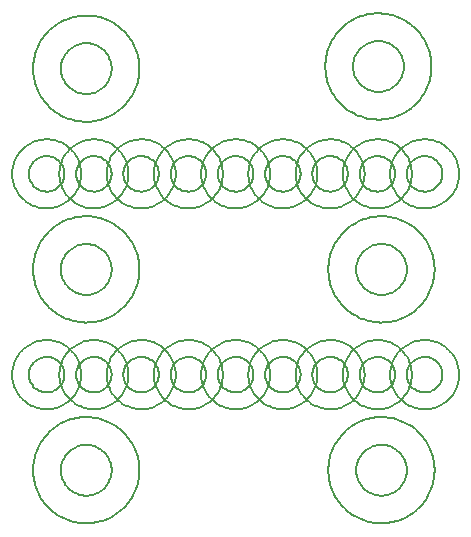
<source format=gto>
G75*
%MOIN*%
%OFA0B0*%
%FSLAX24Y24*%
%IPPOS*%
%LPD*%
%AMOC8*
5,1,8,0,0,1.08239X$1,22.5*
%
%ADD10C,0.0060*%
%ADD11C,0.0080*%
D10*
X001973Y003214D02*
X001975Y003272D01*
X001981Y003329D01*
X001991Y003386D01*
X002004Y003442D01*
X002022Y003497D01*
X002043Y003551D01*
X002068Y003603D01*
X002096Y003654D01*
X002128Y003702D01*
X002163Y003748D01*
X002201Y003791D01*
X002242Y003832D01*
X002285Y003870D01*
X002331Y003905D01*
X002379Y003937D01*
X002430Y003965D01*
X002482Y003990D01*
X002536Y004011D01*
X002591Y004029D01*
X002647Y004042D01*
X002704Y004052D01*
X002761Y004058D01*
X002819Y004060D01*
X002877Y004058D01*
X002934Y004052D01*
X002991Y004042D01*
X003047Y004029D01*
X003102Y004011D01*
X003156Y003990D01*
X003208Y003965D01*
X003259Y003937D01*
X003307Y003905D01*
X003353Y003870D01*
X003396Y003832D01*
X003437Y003791D01*
X003475Y003748D01*
X003510Y003702D01*
X003542Y003654D01*
X003570Y003603D01*
X003595Y003551D01*
X003616Y003497D01*
X003634Y003442D01*
X003647Y003386D01*
X003657Y003329D01*
X003663Y003272D01*
X003665Y003214D01*
X003663Y003156D01*
X003657Y003099D01*
X003647Y003042D01*
X003634Y002986D01*
X003616Y002931D01*
X003595Y002877D01*
X003570Y002825D01*
X003542Y002774D01*
X003510Y002726D01*
X003475Y002680D01*
X003437Y002637D01*
X003396Y002596D01*
X003353Y002558D01*
X003307Y002523D01*
X003259Y002491D01*
X003208Y002463D01*
X003156Y002438D01*
X003102Y002417D01*
X003047Y002399D01*
X002991Y002386D01*
X002934Y002376D01*
X002877Y002370D01*
X002819Y002368D01*
X002761Y002370D01*
X002704Y002376D01*
X002647Y002386D01*
X002591Y002399D01*
X002536Y002417D01*
X002482Y002438D01*
X002430Y002463D01*
X002379Y002491D01*
X002331Y002523D01*
X002285Y002558D01*
X002242Y002596D01*
X002201Y002637D01*
X002163Y002680D01*
X002128Y002726D01*
X002096Y002774D01*
X002068Y002825D01*
X002043Y002877D01*
X002022Y002931D01*
X002004Y002986D01*
X001991Y003042D01*
X001981Y003099D01*
X001975Y003156D01*
X001973Y003214D01*
X001049Y003214D02*
X001051Y003298D01*
X001057Y003381D01*
X001067Y003464D01*
X001081Y003546D01*
X001098Y003628D01*
X001120Y003709D01*
X001145Y003789D01*
X001174Y003867D01*
X001207Y003944D01*
X001243Y004019D01*
X001283Y004093D01*
X001326Y004165D01*
X001372Y004234D01*
X001422Y004301D01*
X001475Y004366D01*
X001531Y004428D01*
X001590Y004488D01*
X001651Y004544D01*
X001715Y004598D01*
X001782Y004648D01*
X001851Y004696D01*
X001922Y004740D01*
X001995Y004781D01*
X002070Y004818D01*
X002146Y004851D01*
X002225Y004881D01*
X002304Y004907D01*
X002384Y004930D01*
X002466Y004948D01*
X002548Y004963D01*
X002631Y004974D01*
X002715Y004981D01*
X002798Y004984D01*
X002882Y004983D01*
X002965Y004978D01*
X003048Y004969D01*
X003131Y004956D01*
X003213Y004940D01*
X003294Y004919D01*
X003374Y004895D01*
X003453Y004867D01*
X003530Y004835D01*
X003606Y004800D01*
X003680Y004761D01*
X003752Y004718D01*
X003822Y004673D01*
X003890Y004624D01*
X003955Y004571D01*
X004018Y004516D01*
X004078Y004458D01*
X004135Y004397D01*
X004190Y004334D01*
X004241Y004268D01*
X004289Y004200D01*
X004334Y004129D01*
X004376Y004056D01*
X004414Y003982D01*
X004448Y003906D01*
X004479Y003828D01*
X004506Y003749D01*
X004530Y003669D01*
X004549Y003587D01*
X004565Y003505D01*
X004577Y003423D01*
X004585Y003339D01*
X004589Y003256D01*
X004589Y003172D01*
X004585Y003089D01*
X004577Y003005D01*
X004565Y002923D01*
X004549Y002841D01*
X004530Y002759D01*
X004506Y002679D01*
X004479Y002600D01*
X004448Y002522D01*
X004414Y002446D01*
X004376Y002372D01*
X004334Y002299D01*
X004289Y002228D01*
X004241Y002160D01*
X004190Y002094D01*
X004135Y002031D01*
X004078Y001970D01*
X004018Y001912D01*
X003955Y001857D01*
X003890Y001804D01*
X003822Y001755D01*
X003752Y001710D01*
X003680Y001667D01*
X003606Y001628D01*
X003530Y001593D01*
X003453Y001561D01*
X003374Y001533D01*
X003294Y001509D01*
X003213Y001488D01*
X003131Y001472D01*
X003048Y001459D01*
X002965Y001450D01*
X002882Y001445D01*
X002798Y001444D01*
X002715Y001447D01*
X002631Y001454D01*
X002548Y001465D01*
X002466Y001480D01*
X002384Y001498D01*
X002304Y001521D01*
X002225Y001547D01*
X002146Y001577D01*
X002070Y001610D01*
X001995Y001647D01*
X001922Y001688D01*
X001851Y001732D01*
X001782Y001780D01*
X001715Y001830D01*
X001651Y001884D01*
X001590Y001940D01*
X001531Y002000D01*
X001475Y002062D01*
X001422Y002127D01*
X001372Y002194D01*
X001326Y002263D01*
X001283Y002335D01*
X001243Y002409D01*
X001207Y002484D01*
X001174Y002561D01*
X001145Y002639D01*
X001120Y002719D01*
X001098Y002800D01*
X001081Y002882D01*
X001067Y002964D01*
X001057Y003047D01*
X001051Y003130D01*
X001049Y003214D01*
X000350Y006399D02*
X000352Y006466D01*
X000358Y006534D01*
X000368Y006601D01*
X000382Y006667D01*
X000399Y006732D01*
X000421Y006796D01*
X000446Y006859D01*
X000475Y006920D01*
X000507Y006979D01*
X000543Y007036D01*
X000582Y007091D01*
X000624Y007144D01*
X000669Y007194D01*
X000717Y007241D01*
X000768Y007286D01*
X000821Y007327D01*
X000877Y007366D01*
X000935Y007401D01*
X000995Y007432D01*
X001056Y007460D01*
X001119Y007484D01*
X001183Y007505D01*
X001249Y007521D01*
X001315Y007534D01*
X001382Y007543D01*
X001449Y007548D01*
X001517Y007549D01*
X001584Y007546D01*
X001651Y007539D01*
X001718Y007528D01*
X001784Y007513D01*
X001849Y007495D01*
X001913Y007472D01*
X001975Y007446D01*
X002036Y007417D01*
X002094Y007383D01*
X002151Y007347D01*
X002206Y007307D01*
X002258Y007264D01*
X002307Y007218D01*
X002354Y007169D01*
X002398Y007118D01*
X002438Y007064D01*
X002476Y007008D01*
X002510Y006949D01*
X002540Y006889D01*
X002567Y006827D01*
X002591Y006764D01*
X002610Y006699D01*
X002626Y006634D01*
X002638Y006567D01*
X002646Y006500D01*
X002650Y006433D01*
X002650Y006365D01*
X002646Y006298D01*
X002638Y006231D01*
X002626Y006164D01*
X002610Y006099D01*
X002591Y006034D01*
X002567Y005971D01*
X002540Y005909D01*
X002510Y005849D01*
X002476Y005790D01*
X002438Y005734D01*
X002398Y005680D01*
X002354Y005629D01*
X002307Y005580D01*
X002258Y005534D01*
X002206Y005491D01*
X002151Y005451D01*
X002094Y005415D01*
X002036Y005381D01*
X001975Y005352D01*
X001913Y005326D01*
X001849Y005303D01*
X001784Y005285D01*
X001718Y005270D01*
X001651Y005259D01*
X001584Y005252D01*
X001517Y005249D01*
X001449Y005250D01*
X001382Y005255D01*
X001315Y005264D01*
X001249Y005277D01*
X001183Y005293D01*
X001119Y005314D01*
X001056Y005338D01*
X000995Y005366D01*
X000935Y005397D01*
X000877Y005432D01*
X000821Y005471D01*
X000768Y005512D01*
X000717Y005557D01*
X000669Y005604D01*
X000624Y005654D01*
X000582Y005707D01*
X000543Y005762D01*
X000507Y005819D01*
X000475Y005878D01*
X000446Y005939D01*
X000421Y006002D01*
X000399Y006066D01*
X000382Y006131D01*
X000368Y006197D01*
X000358Y006264D01*
X000352Y006332D01*
X000350Y006399D01*
X001925Y006399D02*
X001927Y006466D01*
X001933Y006534D01*
X001943Y006601D01*
X001957Y006667D01*
X001974Y006732D01*
X001996Y006796D01*
X002021Y006859D01*
X002050Y006920D01*
X002082Y006979D01*
X002118Y007036D01*
X002157Y007091D01*
X002199Y007144D01*
X002244Y007194D01*
X002292Y007241D01*
X002343Y007286D01*
X002396Y007327D01*
X002452Y007366D01*
X002510Y007401D01*
X002570Y007432D01*
X002631Y007460D01*
X002694Y007484D01*
X002758Y007505D01*
X002824Y007521D01*
X002890Y007534D01*
X002957Y007543D01*
X003024Y007548D01*
X003092Y007549D01*
X003159Y007546D01*
X003226Y007539D01*
X003293Y007528D01*
X003359Y007513D01*
X003424Y007495D01*
X003488Y007472D01*
X003550Y007446D01*
X003611Y007417D01*
X003669Y007383D01*
X003726Y007347D01*
X003781Y007307D01*
X003833Y007264D01*
X003882Y007218D01*
X003929Y007169D01*
X003973Y007118D01*
X004013Y007064D01*
X004051Y007008D01*
X004085Y006949D01*
X004115Y006889D01*
X004142Y006827D01*
X004166Y006764D01*
X004185Y006699D01*
X004201Y006634D01*
X004213Y006567D01*
X004221Y006500D01*
X004225Y006433D01*
X004225Y006365D01*
X004221Y006298D01*
X004213Y006231D01*
X004201Y006164D01*
X004185Y006099D01*
X004166Y006034D01*
X004142Y005971D01*
X004115Y005909D01*
X004085Y005849D01*
X004051Y005790D01*
X004013Y005734D01*
X003973Y005680D01*
X003929Y005629D01*
X003882Y005580D01*
X003833Y005534D01*
X003781Y005491D01*
X003726Y005451D01*
X003669Y005415D01*
X003611Y005381D01*
X003550Y005352D01*
X003488Y005326D01*
X003424Y005303D01*
X003359Y005285D01*
X003293Y005270D01*
X003226Y005259D01*
X003159Y005252D01*
X003092Y005249D01*
X003024Y005250D01*
X002957Y005255D01*
X002890Y005264D01*
X002824Y005277D01*
X002758Y005293D01*
X002694Y005314D01*
X002631Y005338D01*
X002570Y005366D01*
X002510Y005397D01*
X002452Y005432D01*
X002396Y005471D01*
X002343Y005512D01*
X002292Y005557D01*
X002244Y005604D01*
X002199Y005654D01*
X002157Y005707D01*
X002118Y005762D01*
X002082Y005819D01*
X002050Y005878D01*
X002021Y005939D01*
X001996Y006002D01*
X001974Y006066D01*
X001957Y006131D01*
X001943Y006197D01*
X001933Y006264D01*
X001927Y006332D01*
X001925Y006399D01*
X003500Y006399D02*
X003502Y006466D01*
X003508Y006534D01*
X003518Y006601D01*
X003532Y006667D01*
X003549Y006732D01*
X003571Y006796D01*
X003596Y006859D01*
X003625Y006920D01*
X003657Y006979D01*
X003693Y007036D01*
X003732Y007091D01*
X003774Y007144D01*
X003819Y007194D01*
X003867Y007241D01*
X003918Y007286D01*
X003971Y007327D01*
X004027Y007366D01*
X004085Y007401D01*
X004145Y007432D01*
X004206Y007460D01*
X004269Y007484D01*
X004333Y007505D01*
X004399Y007521D01*
X004465Y007534D01*
X004532Y007543D01*
X004599Y007548D01*
X004667Y007549D01*
X004734Y007546D01*
X004801Y007539D01*
X004868Y007528D01*
X004934Y007513D01*
X004999Y007495D01*
X005063Y007472D01*
X005125Y007446D01*
X005186Y007417D01*
X005244Y007383D01*
X005301Y007347D01*
X005356Y007307D01*
X005408Y007264D01*
X005457Y007218D01*
X005504Y007169D01*
X005548Y007118D01*
X005588Y007064D01*
X005626Y007008D01*
X005660Y006949D01*
X005690Y006889D01*
X005717Y006827D01*
X005741Y006764D01*
X005760Y006699D01*
X005776Y006634D01*
X005788Y006567D01*
X005796Y006500D01*
X005800Y006433D01*
X005800Y006365D01*
X005796Y006298D01*
X005788Y006231D01*
X005776Y006164D01*
X005760Y006099D01*
X005741Y006034D01*
X005717Y005971D01*
X005690Y005909D01*
X005660Y005849D01*
X005626Y005790D01*
X005588Y005734D01*
X005548Y005680D01*
X005504Y005629D01*
X005457Y005580D01*
X005408Y005534D01*
X005356Y005491D01*
X005301Y005451D01*
X005244Y005415D01*
X005186Y005381D01*
X005125Y005352D01*
X005063Y005326D01*
X004999Y005303D01*
X004934Y005285D01*
X004868Y005270D01*
X004801Y005259D01*
X004734Y005252D01*
X004667Y005249D01*
X004599Y005250D01*
X004532Y005255D01*
X004465Y005264D01*
X004399Y005277D01*
X004333Y005293D01*
X004269Y005314D01*
X004206Y005338D01*
X004145Y005366D01*
X004085Y005397D01*
X004027Y005432D01*
X003971Y005471D01*
X003918Y005512D01*
X003867Y005557D01*
X003819Y005604D01*
X003774Y005654D01*
X003732Y005707D01*
X003693Y005762D01*
X003657Y005819D01*
X003625Y005878D01*
X003596Y005939D01*
X003571Y006002D01*
X003549Y006066D01*
X003532Y006131D01*
X003518Y006197D01*
X003508Y006264D01*
X003502Y006332D01*
X003500Y006399D01*
X005074Y006399D02*
X005076Y006466D01*
X005082Y006534D01*
X005092Y006601D01*
X005106Y006667D01*
X005123Y006732D01*
X005145Y006796D01*
X005170Y006859D01*
X005199Y006920D01*
X005231Y006979D01*
X005267Y007036D01*
X005306Y007091D01*
X005348Y007144D01*
X005393Y007194D01*
X005441Y007241D01*
X005492Y007286D01*
X005545Y007327D01*
X005601Y007366D01*
X005659Y007401D01*
X005719Y007432D01*
X005780Y007460D01*
X005843Y007484D01*
X005907Y007505D01*
X005973Y007521D01*
X006039Y007534D01*
X006106Y007543D01*
X006173Y007548D01*
X006241Y007549D01*
X006308Y007546D01*
X006375Y007539D01*
X006442Y007528D01*
X006508Y007513D01*
X006573Y007495D01*
X006637Y007472D01*
X006699Y007446D01*
X006760Y007417D01*
X006818Y007383D01*
X006875Y007347D01*
X006930Y007307D01*
X006982Y007264D01*
X007031Y007218D01*
X007078Y007169D01*
X007122Y007118D01*
X007162Y007064D01*
X007200Y007008D01*
X007234Y006949D01*
X007264Y006889D01*
X007291Y006827D01*
X007315Y006764D01*
X007334Y006699D01*
X007350Y006634D01*
X007362Y006567D01*
X007370Y006500D01*
X007374Y006433D01*
X007374Y006365D01*
X007370Y006298D01*
X007362Y006231D01*
X007350Y006164D01*
X007334Y006099D01*
X007315Y006034D01*
X007291Y005971D01*
X007264Y005909D01*
X007234Y005849D01*
X007200Y005790D01*
X007162Y005734D01*
X007122Y005680D01*
X007078Y005629D01*
X007031Y005580D01*
X006982Y005534D01*
X006930Y005491D01*
X006875Y005451D01*
X006818Y005415D01*
X006760Y005381D01*
X006699Y005352D01*
X006637Y005326D01*
X006573Y005303D01*
X006508Y005285D01*
X006442Y005270D01*
X006375Y005259D01*
X006308Y005252D01*
X006241Y005249D01*
X006173Y005250D01*
X006106Y005255D01*
X006039Y005264D01*
X005973Y005277D01*
X005907Y005293D01*
X005843Y005314D01*
X005780Y005338D01*
X005719Y005366D01*
X005659Y005397D01*
X005601Y005432D01*
X005545Y005471D01*
X005492Y005512D01*
X005441Y005557D01*
X005393Y005604D01*
X005348Y005654D01*
X005306Y005707D01*
X005267Y005762D01*
X005231Y005819D01*
X005199Y005878D01*
X005170Y005939D01*
X005145Y006002D01*
X005123Y006066D01*
X005106Y006131D01*
X005092Y006197D01*
X005082Y006264D01*
X005076Y006332D01*
X005074Y006399D01*
X001973Y009907D02*
X001975Y009965D01*
X001981Y010022D01*
X001991Y010079D01*
X002004Y010135D01*
X002022Y010190D01*
X002043Y010244D01*
X002068Y010296D01*
X002096Y010347D01*
X002128Y010395D01*
X002163Y010441D01*
X002201Y010484D01*
X002242Y010525D01*
X002285Y010563D01*
X002331Y010598D01*
X002379Y010630D01*
X002430Y010658D01*
X002482Y010683D01*
X002536Y010704D01*
X002591Y010722D01*
X002647Y010735D01*
X002704Y010745D01*
X002761Y010751D01*
X002819Y010753D01*
X002877Y010751D01*
X002934Y010745D01*
X002991Y010735D01*
X003047Y010722D01*
X003102Y010704D01*
X003156Y010683D01*
X003208Y010658D01*
X003259Y010630D01*
X003307Y010598D01*
X003353Y010563D01*
X003396Y010525D01*
X003437Y010484D01*
X003475Y010441D01*
X003510Y010395D01*
X003542Y010347D01*
X003570Y010296D01*
X003595Y010244D01*
X003616Y010190D01*
X003634Y010135D01*
X003647Y010079D01*
X003657Y010022D01*
X003663Y009965D01*
X003665Y009907D01*
X003663Y009849D01*
X003657Y009792D01*
X003647Y009735D01*
X003634Y009679D01*
X003616Y009624D01*
X003595Y009570D01*
X003570Y009518D01*
X003542Y009467D01*
X003510Y009419D01*
X003475Y009373D01*
X003437Y009330D01*
X003396Y009289D01*
X003353Y009251D01*
X003307Y009216D01*
X003259Y009184D01*
X003208Y009156D01*
X003156Y009131D01*
X003102Y009110D01*
X003047Y009092D01*
X002991Y009079D01*
X002934Y009069D01*
X002877Y009063D01*
X002819Y009061D01*
X002761Y009063D01*
X002704Y009069D01*
X002647Y009079D01*
X002591Y009092D01*
X002536Y009110D01*
X002482Y009131D01*
X002430Y009156D01*
X002379Y009184D01*
X002331Y009216D01*
X002285Y009251D01*
X002242Y009289D01*
X002201Y009330D01*
X002163Y009373D01*
X002128Y009419D01*
X002096Y009467D01*
X002068Y009518D01*
X002043Y009570D01*
X002022Y009624D01*
X002004Y009679D01*
X001991Y009735D01*
X001981Y009792D01*
X001975Y009849D01*
X001973Y009907D01*
X001049Y009907D02*
X001051Y009991D01*
X001057Y010074D01*
X001067Y010157D01*
X001081Y010239D01*
X001098Y010321D01*
X001120Y010402D01*
X001145Y010482D01*
X001174Y010560D01*
X001207Y010637D01*
X001243Y010712D01*
X001283Y010786D01*
X001326Y010858D01*
X001372Y010927D01*
X001422Y010994D01*
X001475Y011059D01*
X001531Y011121D01*
X001590Y011181D01*
X001651Y011237D01*
X001715Y011291D01*
X001782Y011341D01*
X001851Y011389D01*
X001922Y011433D01*
X001995Y011474D01*
X002070Y011511D01*
X002146Y011544D01*
X002225Y011574D01*
X002304Y011600D01*
X002384Y011623D01*
X002466Y011641D01*
X002548Y011656D01*
X002631Y011667D01*
X002715Y011674D01*
X002798Y011677D01*
X002882Y011676D01*
X002965Y011671D01*
X003048Y011662D01*
X003131Y011649D01*
X003213Y011633D01*
X003294Y011612D01*
X003374Y011588D01*
X003453Y011560D01*
X003530Y011528D01*
X003606Y011493D01*
X003680Y011454D01*
X003752Y011411D01*
X003822Y011366D01*
X003890Y011317D01*
X003955Y011264D01*
X004018Y011209D01*
X004078Y011151D01*
X004135Y011090D01*
X004190Y011027D01*
X004241Y010961D01*
X004289Y010893D01*
X004334Y010822D01*
X004376Y010749D01*
X004414Y010675D01*
X004448Y010599D01*
X004479Y010521D01*
X004506Y010442D01*
X004530Y010362D01*
X004549Y010280D01*
X004565Y010198D01*
X004577Y010116D01*
X004585Y010032D01*
X004589Y009949D01*
X004589Y009865D01*
X004585Y009782D01*
X004577Y009698D01*
X004565Y009616D01*
X004549Y009534D01*
X004530Y009452D01*
X004506Y009372D01*
X004479Y009293D01*
X004448Y009215D01*
X004414Y009139D01*
X004376Y009065D01*
X004334Y008992D01*
X004289Y008921D01*
X004241Y008853D01*
X004190Y008787D01*
X004135Y008724D01*
X004078Y008663D01*
X004018Y008605D01*
X003955Y008550D01*
X003890Y008497D01*
X003822Y008448D01*
X003752Y008403D01*
X003680Y008360D01*
X003606Y008321D01*
X003530Y008286D01*
X003453Y008254D01*
X003374Y008226D01*
X003294Y008202D01*
X003213Y008181D01*
X003131Y008165D01*
X003048Y008152D01*
X002965Y008143D01*
X002882Y008138D01*
X002798Y008137D01*
X002715Y008140D01*
X002631Y008147D01*
X002548Y008158D01*
X002466Y008173D01*
X002384Y008191D01*
X002304Y008214D01*
X002225Y008240D01*
X002146Y008270D01*
X002070Y008303D01*
X001995Y008340D01*
X001922Y008381D01*
X001851Y008425D01*
X001782Y008473D01*
X001715Y008523D01*
X001651Y008577D01*
X001590Y008633D01*
X001531Y008693D01*
X001475Y008755D01*
X001422Y008820D01*
X001372Y008887D01*
X001326Y008956D01*
X001283Y009028D01*
X001243Y009102D01*
X001207Y009177D01*
X001174Y009254D01*
X001145Y009332D01*
X001120Y009412D01*
X001098Y009493D01*
X001081Y009575D01*
X001067Y009657D01*
X001057Y009740D01*
X001051Y009823D01*
X001049Y009907D01*
X000350Y013092D02*
X000352Y013159D01*
X000358Y013227D01*
X000368Y013294D01*
X000382Y013360D01*
X000399Y013425D01*
X000421Y013489D01*
X000446Y013552D01*
X000475Y013613D01*
X000507Y013672D01*
X000543Y013729D01*
X000582Y013784D01*
X000624Y013837D01*
X000669Y013887D01*
X000717Y013934D01*
X000768Y013979D01*
X000821Y014020D01*
X000877Y014059D01*
X000935Y014094D01*
X000995Y014125D01*
X001056Y014153D01*
X001119Y014177D01*
X001183Y014198D01*
X001249Y014214D01*
X001315Y014227D01*
X001382Y014236D01*
X001449Y014241D01*
X001517Y014242D01*
X001584Y014239D01*
X001651Y014232D01*
X001718Y014221D01*
X001784Y014206D01*
X001849Y014188D01*
X001913Y014165D01*
X001975Y014139D01*
X002036Y014110D01*
X002094Y014076D01*
X002151Y014040D01*
X002206Y014000D01*
X002258Y013957D01*
X002307Y013911D01*
X002354Y013862D01*
X002398Y013811D01*
X002438Y013757D01*
X002476Y013701D01*
X002510Y013642D01*
X002540Y013582D01*
X002567Y013520D01*
X002591Y013457D01*
X002610Y013392D01*
X002626Y013327D01*
X002638Y013260D01*
X002646Y013193D01*
X002650Y013126D01*
X002650Y013058D01*
X002646Y012991D01*
X002638Y012924D01*
X002626Y012857D01*
X002610Y012792D01*
X002591Y012727D01*
X002567Y012664D01*
X002540Y012602D01*
X002510Y012542D01*
X002476Y012483D01*
X002438Y012427D01*
X002398Y012373D01*
X002354Y012322D01*
X002307Y012273D01*
X002258Y012227D01*
X002206Y012184D01*
X002151Y012144D01*
X002094Y012108D01*
X002036Y012074D01*
X001975Y012045D01*
X001913Y012019D01*
X001849Y011996D01*
X001784Y011978D01*
X001718Y011963D01*
X001651Y011952D01*
X001584Y011945D01*
X001517Y011942D01*
X001449Y011943D01*
X001382Y011948D01*
X001315Y011957D01*
X001249Y011970D01*
X001183Y011986D01*
X001119Y012007D01*
X001056Y012031D01*
X000995Y012059D01*
X000935Y012090D01*
X000877Y012125D01*
X000821Y012164D01*
X000768Y012205D01*
X000717Y012250D01*
X000669Y012297D01*
X000624Y012347D01*
X000582Y012400D01*
X000543Y012455D01*
X000507Y012512D01*
X000475Y012571D01*
X000446Y012632D01*
X000421Y012695D01*
X000399Y012759D01*
X000382Y012824D01*
X000368Y012890D01*
X000358Y012957D01*
X000352Y013025D01*
X000350Y013092D01*
X001925Y013092D02*
X001927Y013159D01*
X001933Y013227D01*
X001943Y013294D01*
X001957Y013360D01*
X001974Y013425D01*
X001996Y013489D01*
X002021Y013552D01*
X002050Y013613D01*
X002082Y013672D01*
X002118Y013729D01*
X002157Y013784D01*
X002199Y013837D01*
X002244Y013887D01*
X002292Y013934D01*
X002343Y013979D01*
X002396Y014020D01*
X002452Y014059D01*
X002510Y014094D01*
X002570Y014125D01*
X002631Y014153D01*
X002694Y014177D01*
X002758Y014198D01*
X002824Y014214D01*
X002890Y014227D01*
X002957Y014236D01*
X003024Y014241D01*
X003092Y014242D01*
X003159Y014239D01*
X003226Y014232D01*
X003293Y014221D01*
X003359Y014206D01*
X003424Y014188D01*
X003488Y014165D01*
X003550Y014139D01*
X003611Y014110D01*
X003669Y014076D01*
X003726Y014040D01*
X003781Y014000D01*
X003833Y013957D01*
X003882Y013911D01*
X003929Y013862D01*
X003973Y013811D01*
X004013Y013757D01*
X004051Y013701D01*
X004085Y013642D01*
X004115Y013582D01*
X004142Y013520D01*
X004166Y013457D01*
X004185Y013392D01*
X004201Y013327D01*
X004213Y013260D01*
X004221Y013193D01*
X004225Y013126D01*
X004225Y013058D01*
X004221Y012991D01*
X004213Y012924D01*
X004201Y012857D01*
X004185Y012792D01*
X004166Y012727D01*
X004142Y012664D01*
X004115Y012602D01*
X004085Y012542D01*
X004051Y012483D01*
X004013Y012427D01*
X003973Y012373D01*
X003929Y012322D01*
X003882Y012273D01*
X003833Y012227D01*
X003781Y012184D01*
X003726Y012144D01*
X003669Y012108D01*
X003611Y012074D01*
X003550Y012045D01*
X003488Y012019D01*
X003424Y011996D01*
X003359Y011978D01*
X003293Y011963D01*
X003226Y011952D01*
X003159Y011945D01*
X003092Y011942D01*
X003024Y011943D01*
X002957Y011948D01*
X002890Y011957D01*
X002824Y011970D01*
X002758Y011986D01*
X002694Y012007D01*
X002631Y012031D01*
X002570Y012059D01*
X002510Y012090D01*
X002452Y012125D01*
X002396Y012164D01*
X002343Y012205D01*
X002292Y012250D01*
X002244Y012297D01*
X002199Y012347D01*
X002157Y012400D01*
X002118Y012455D01*
X002082Y012512D01*
X002050Y012571D01*
X002021Y012632D01*
X001996Y012695D01*
X001974Y012759D01*
X001957Y012824D01*
X001943Y012890D01*
X001933Y012957D01*
X001927Y013025D01*
X001925Y013092D01*
X003500Y013092D02*
X003502Y013159D01*
X003508Y013227D01*
X003518Y013294D01*
X003532Y013360D01*
X003549Y013425D01*
X003571Y013489D01*
X003596Y013552D01*
X003625Y013613D01*
X003657Y013672D01*
X003693Y013729D01*
X003732Y013784D01*
X003774Y013837D01*
X003819Y013887D01*
X003867Y013934D01*
X003918Y013979D01*
X003971Y014020D01*
X004027Y014059D01*
X004085Y014094D01*
X004145Y014125D01*
X004206Y014153D01*
X004269Y014177D01*
X004333Y014198D01*
X004399Y014214D01*
X004465Y014227D01*
X004532Y014236D01*
X004599Y014241D01*
X004667Y014242D01*
X004734Y014239D01*
X004801Y014232D01*
X004868Y014221D01*
X004934Y014206D01*
X004999Y014188D01*
X005063Y014165D01*
X005125Y014139D01*
X005186Y014110D01*
X005244Y014076D01*
X005301Y014040D01*
X005356Y014000D01*
X005408Y013957D01*
X005457Y013911D01*
X005504Y013862D01*
X005548Y013811D01*
X005588Y013757D01*
X005626Y013701D01*
X005660Y013642D01*
X005690Y013582D01*
X005717Y013520D01*
X005741Y013457D01*
X005760Y013392D01*
X005776Y013327D01*
X005788Y013260D01*
X005796Y013193D01*
X005800Y013126D01*
X005800Y013058D01*
X005796Y012991D01*
X005788Y012924D01*
X005776Y012857D01*
X005760Y012792D01*
X005741Y012727D01*
X005717Y012664D01*
X005690Y012602D01*
X005660Y012542D01*
X005626Y012483D01*
X005588Y012427D01*
X005548Y012373D01*
X005504Y012322D01*
X005457Y012273D01*
X005408Y012227D01*
X005356Y012184D01*
X005301Y012144D01*
X005244Y012108D01*
X005186Y012074D01*
X005125Y012045D01*
X005063Y012019D01*
X004999Y011996D01*
X004934Y011978D01*
X004868Y011963D01*
X004801Y011952D01*
X004734Y011945D01*
X004667Y011942D01*
X004599Y011943D01*
X004532Y011948D01*
X004465Y011957D01*
X004399Y011970D01*
X004333Y011986D01*
X004269Y012007D01*
X004206Y012031D01*
X004145Y012059D01*
X004085Y012090D01*
X004027Y012125D01*
X003971Y012164D01*
X003918Y012205D01*
X003867Y012250D01*
X003819Y012297D01*
X003774Y012347D01*
X003732Y012400D01*
X003693Y012455D01*
X003657Y012512D01*
X003625Y012571D01*
X003596Y012632D01*
X003571Y012695D01*
X003549Y012759D01*
X003532Y012824D01*
X003518Y012890D01*
X003508Y012957D01*
X003502Y013025D01*
X003500Y013092D01*
X005074Y013092D02*
X005076Y013159D01*
X005082Y013227D01*
X005092Y013294D01*
X005106Y013360D01*
X005123Y013425D01*
X005145Y013489D01*
X005170Y013552D01*
X005199Y013613D01*
X005231Y013672D01*
X005267Y013729D01*
X005306Y013784D01*
X005348Y013837D01*
X005393Y013887D01*
X005441Y013934D01*
X005492Y013979D01*
X005545Y014020D01*
X005601Y014059D01*
X005659Y014094D01*
X005719Y014125D01*
X005780Y014153D01*
X005843Y014177D01*
X005907Y014198D01*
X005973Y014214D01*
X006039Y014227D01*
X006106Y014236D01*
X006173Y014241D01*
X006241Y014242D01*
X006308Y014239D01*
X006375Y014232D01*
X006442Y014221D01*
X006508Y014206D01*
X006573Y014188D01*
X006637Y014165D01*
X006699Y014139D01*
X006760Y014110D01*
X006818Y014076D01*
X006875Y014040D01*
X006930Y014000D01*
X006982Y013957D01*
X007031Y013911D01*
X007078Y013862D01*
X007122Y013811D01*
X007162Y013757D01*
X007200Y013701D01*
X007234Y013642D01*
X007264Y013582D01*
X007291Y013520D01*
X007315Y013457D01*
X007334Y013392D01*
X007350Y013327D01*
X007362Y013260D01*
X007370Y013193D01*
X007374Y013126D01*
X007374Y013058D01*
X007370Y012991D01*
X007362Y012924D01*
X007350Y012857D01*
X007334Y012792D01*
X007315Y012727D01*
X007291Y012664D01*
X007264Y012602D01*
X007234Y012542D01*
X007200Y012483D01*
X007162Y012427D01*
X007122Y012373D01*
X007078Y012322D01*
X007031Y012273D01*
X006982Y012227D01*
X006930Y012184D01*
X006875Y012144D01*
X006818Y012108D01*
X006760Y012074D01*
X006699Y012045D01*
X006637Y012019D01*
X006573Y011996D01*
X006508Y011978D01*
X006442Y011963D01*
X006375Y011952D01*
X006308Y011945D01*
X006241Y011942D01*
X006173Y011943D01*
X006106Y011948D01*
X006039Y011957D01*
X005973Y011970D01*
X005907Y011986D01*
X005843Y012007D01*
X005780Y012031D01*
X005719Y012059D01*
X005659Y012090D01*
X005601Y012125D01*
X005545Y012164D01*
X005492Y012205D01*
X005441Y012250D01*
X005393Y012297D01*
X005348Y012347D01*
X005306Y012400D01*
X005267Y012455D01*
X005231Y012512D01*
X005199Y012571D01*
X005170Y012632D01*
X005145Y012695D01*
X005123Y012759D01*
X005106Y012824D01*
X005092Y012890D01*
X005082Y012957D01*
X005076Y013025D01*
X005074Y013092D01*
X006649Y013092D02*
X006651Y013159D01*
X006657Y013227D01*
X006667Y013294D01*
X006681Y013360D01*
X006698Y013425D01*
X006720Y013489D01*
X006745Y013552D01*
X006774Y013613D01*
X006806Y013672D01*
X006842Y013729D01*
X006881Y013784D01*
X006923Y013837D01*
X006968Y013887D01*
X007016Y013934D01*
X007067Y013979D01*
X007120Y014020D01*
X007176Y014059D01*
X007234Y014094D01*
X007294Y014125D01*
X007355Y014153D01*
X007418Y014177D01*
X007482Y014198D01*
X007548Y014214D01*
X007614Y014227D01*
X007681Y014236D01*
X007748Y014241D01*
X007816Y014242D01*
X007883Y014239D01*
X007950Y014232D01*
X008017Y014221D01*
X008083Y014206D01*
X008148Y014188D01*
X008212Y014165D01*
X008274Y014139D01*
X008335Y014110D01*
X008393Y014076D01*
X008450Y014040D01*
X008505Y014000D01*
X008557Y013957D01*
X008606Y013911D01*
X008653Y013862D01*
X008697Y013811D01*
X008737Y013757D01*
X008775Y013701D01*
X008809Y013642D01*
X008839Y013582D01*
X008866Y013520D01*
X008890Y013457D01*
X008909Y013392D01*
X008925Y013327D01*
X008937Y013260D01*
X008945Y013193D01*
X008949Y013126D01*
X008949Y013058D01*
X008945Y012991D01*
X008937Y012924D01*
X008925Y012857D01*
X008909Y012792D01*
X008890Y012727D01*
X008866Y012664D01*
X008839Y012602D01*
X008809Y012542D01*
X008775Y012483D01*
X008737Y012427D01*
X008697Y012373D01*
X008653Y012322D01*
X008606Y012273D01*
X008557Y012227D01*
X008505Y012184D01*
X008450Y012144D01*
X008393Y012108D01*
X008335Y012074D01*
X008274Y012045D01*
X008212Y012019D01*
X008148Y011996D01*
X008083Y011978D01*
X008017Y011963D01*
X007950Y011952D01*
X007883Y011945D01*
X007816Y011942D01*
X007748Y011943D01*
X007681Y011948D01*
X007614Y011957D01*
X007548Y011970D01*
X007482Y011986D01*
X007418Y012007D01*
X007355Y012031D01*
X007294Y012059D01*
X007234Y012090D01*
X007176Y012125D01*
X007120Y012164D01*
X007067Y012205D01*
X007016Y012250D01*
X006968Y012297D01*
X006923Y012347D01*
X006881Y012400D01*
X006842Y012455D01*
X006806Y012512D01*
X006774Y012571D01*
X006745Y012632D01*
X006720Y012695D01*
X006698Y012759D01*
X006681Y012824D01*
X006667Y012890D01*
X006657Y012957D01*
X006651Y013025D01*
X006649Y013092D01*
X008224Y013092D02*
X008226Y013159D01*
X008232Y013227D01*
X008242Y013294D01*
X008256Y013360D01*
X008273Y013425D01*
X008295Y013489D01*
X008320Y013552D01*
X008349Y013613D01*
X008381Y013672D01*
X008417Y013729D01*
X008456Y013784D01*
X008498Y013837D01*
X008543Y013887D01*
X008591Y013934D01*
X008642Y013979D01*
X008695Y014020D01*
X008751Y014059D01*
X008809Y014094D01*
X008869Y014125D01*
X008930Y014153D01*
X008993Y014177D01*
X009057Y014198D01*
X009123Y014214D01*
X009189Y014227D01*
X009256Y014236D01*
X009323Y014241D01*
X009391Y014242D01*
X009458Y014239D01*
X009525Y014232D01*
X009592Y014221D01*
X009658Y014206D01*
X009723Y014188D01*
X009787Y014165D01*
X009849Y014139D01*
X009910Y014110D01*
X009968Y014076D01*
X010025Y014040D01*
X010080Y014000D01*
X010132Y013957D01*
X010181Y013911D01*
X010228Y013862D01*
X010272Y013811D01*
X010312Y013757D01*
X010350Y013701D01*
X010384Y013642D01*
X010414Y013582D01*
X010441Y013520D01*
X010465Y013457D01*
X010484Y013392D01*
X010500Y013327D01*
X010512Y013260D01*
X010520Y013193D01*
X010524Y013126D01*
X010524Y013058D01*
X010520Y012991D01*
X010512Y012924D01*
X010500Y012857D01*
X010484Y012792D01*
X010465Y012727D01*
X010441Y012664D01*
X010414Y012602D01*
X010384Y012542D01*
X010350Y012483D01*
X010312Y012427D01*
X010272Y012373D01*
X010228Y012322D01*
X010181Y012273D01*
X010132Y012227D01*
X010080Y012184D01*
X010025Y012144D01*
X009968Y012108D01*
X009910Y012074D01*
X009849Y012045D01*
X009787Y012019D01*
X009723Y011996D01*
X009658Y011978D01*
X009592Y011963D01*
X009525Y011952D01*
X009458Y011945D01*
X009391Y011942D01*
X009323Y011943D01*
X009256Y011948D01*
X009189Y011957D01*
X009123Y011970D01*
X009057Y011986D01*
X008993Y012007D01*
X008930Y012031D01*
X008869Y012059D01*
X008809Y012090D01*
X008751Y012125D01*
X008695Y012164D01*
X008642Y012205D01*
X008591Y012250D01*
X008543Y012297D01*
X008498Y012347D01*
X008456Y012400D01*
X008417Y012455D01*
X008381Y012512D01*
X008349Y012571D01*
X008320Y012632D01*
X008295Y012695D01*
X008273Y012759D01*
X008256Y012824D01*
X008242Y012890D01*
X008232Y012957D01*
X008226Y013025D01*
X008224Y013092D01*
X009799Y013092D02*
X009801Y013159D01*
X009807Y013227D01*
X009817Y013294D01*
X009831Y013360D01*
X009848Y013425D01*
X009870Y013489D01*
X009895Y013552D01*
X009924Y013613D01*
X009956Y013672D01*
X009992Y013729D01*
X010031Y013784D01*
X010073Y013837D01*
X010118Y013887D01*
X010166Y013934D01*
X010217Y013979D01*
X010270Y014020D01*
X010326Y014059D01*
X010384Y014094D01*
X010444Y014125D01*
X010505Y014153D01*
X010568Y014177D01*
X010632Y014198D01*
X010698Y014214D01*
X010764Y014227D01*
X010831Y014236D01*
X010898Y014241D01*
X010966Y014242D01*
X011033Y014239D01*
X011100Y014232D01*
X011167Y014221D01*
X011233Y014206D01*
X011298Y014188D01*
X011362Y014165D01*
X011424Y014139D01*
X011485Y014110D01*
X011543Y014076D01*
X011600Y014040D01*
X011655Y014000D01*
X011707Y013957D01*
X011756Y013911D01*
X011803Y013862D01*
X011847Y013811D01*
X011887Y013757D01*
X011925Y013701D01*
X011959Y013642D01*
X011989Y013582D01*
X012016Y013520D01*
X012040Y013457D01*
X012059Y013392D01*
X012075Y013327D01*
X012087Y013260D01*
X012095Y013193D01*
X012099Y013126D01*
X012099Y013058D01*
X012095Y012991D01*
X012087Y012924D01*
X012075Y012857D01*
X012059Y012792D01*
X012040Y012727D01*
X012016Y012664D01*
X011989Y012602D01*
X011959Y012542D01*
X011925Y012483D01*
X011887Y012427D01*
X011847Y012373D01*
X011803Y012322D01*
X011756Y012273D01*
X011707Y012227D01*
X011655Y012184D01*
X011600Y012144D01*
X011543Y012108D01*
X011485Y012074D01*
X011424Y012045D01*
X011362Y012019D01*
X011298Y011996D01*
X011233Y011978D01*
X011167Y011963D01*
X011100Y011952D01*
X011033Y011945D01*
X010966Y011942D01*
X010898Y011943D01*
X010831Y011948D01*
X010764Y011957D01*
X010698Y011970D01*
X010632Y011986D01*
X010568Y012007D01*
X010505Y012031D01*
X010444Y012059D01*
X010384Y012090D01*
X010326Y012125D01*
X010270Y012164D01*
X010217Y012205D01*
X010166Y012250D01*
X010118Y012297D01*
X010073Y012347D01*
X010031Y012400D01*
X009992Y012455D01*
X009956Y012512D01*
X009924Y012571D01*
X009895Y012632D01*
X009870Y012695D01*
X009848Y012759D01*
X009831Y012824D01*
X009817Y012890D01*
X009807Y012957D01*
X009801Y013025D01*
X009799Y013092D01*
X011374Y013092D02*
X011376Y013159D01*
X011382Y013227D01*
X011392Y013294D01*
X011406Y013360D01*
X011423Y013425D01*
X011445Y013489D01*
X011470Y013552D01*
X011499Y013613D01*
X011531Y013672D01*
X011567Y013729D01*
X011606Y013784D01*
X011648Y013837D01*
X011693Y013887D01*
X011741Y013934D01*
X011792Y013979D01*
X011845Y014020D01*
X011901Y014059D01*
X011959Y014094D01*
X012019Y014125D01*
X012080Y014153D01*
X012143Y014177D01*
X012207Y014198D01*
X012273Y014214D01*
X012339Y014227D01*
X012406Y014236D01*
X012473Y014241D01*
X012541Y014242D01*
X012608Y014239D01*
X012675Y014232D01*
X012742Y014221D01*
X012808Y014206D01*
X012873Y014188D01*
X012937Y014165D01*
X012999Y014139D01*
X013060Y014110D01*
X013118Y014076D01*
X013175Y014040D01*
X013230Y014000D01*
X013282Y013957D01*
X013331Y013911D01*
X013378Y013862D01*
X013422Y013811D01*
X013462Y013757D01*
X013500Y013701D01*
X013534Y013642D01*
X013564Y013582D01*
X013591Y013520D01*
X013615Y013457D01*
X013634Y013392D01*
X013650Y013327D01*
X013662Y013260D01*
X013670Y013193D01*
X013674Y013126D01*
X013674Y013058D01*
X013670Y012991D01*
X013662Y012924D01*
X013650Y012857D01*
X013634Y012792D01*
X013615Y012727D01*
X013591Y012664D01*
X013564Y012602D01*
X013534Y012542D01*
X013500Y012483D01*
X013462Y012427D01*
X013422Y012373D01*
X013378Y012322D01*
X013331Y012273D01*
X013282Y012227D01*
X013230Y012184D01*
X013175Y012144D01*
X013118Y012108D01*
X013060Y012074D01*
X012999Y012045D01*
X012937Y012019D01*
X012873Y011996D01*
X012808Y011978D01*
X012742Y011963D01*
X012675Y011952D01*
X012608Y011945D01*
X012541Y011942D01*
X012473Y011943D01*
X012406Y011948D01*
X012339Y011957D01*
X012273Y011970D01*
X012207Y011986D01*
X012143Y012007D01*
X012080Y012031D01*
X012019Y012059D01*
X011959Y012090D01*
X011901Y012125D01*
X011845Y012164D01*
X011792Y012205D01*
X011741Y012250D01*
X011693Y012297D01*
X011648Y012347D01*
X011606Y012400D01*
X011567Y012455D01*
X011531Y012512D01*
X011499Y012571D01*
X011470Y012632D01*
X011445Y012695D01*
X011423Y012759D01*
X011406Y012824D01*
X011392Y012890D01*
X011382Y012957D01*
X011376Y013025D01*
X011374Y013092D01*
X011815Y009907D02*
X011817Y009965D01*
X011823Y010022D01*
X011833Y010079D01*
X011846Y010135D01*
X011864Y010190D01*
X011885Y010244D01*
X011910Y010296D01*
X011938Y010347D01*
X011970Y010395D01*
X012005Y010441D01*
X012043Y010484D01*
X012084Y010525D01*
X012127Y010563D01*
X012173Y010598D01*
X012221Y010630D01*
X012272Y010658D01*
X012324Y010683D01*
X012378Y010704D01*
X012433Y010722D01*
X012489Y010735D01*
X012546Y010745D01*
X012603Y010751D01*
X012661Y010753D01*
X012719Y010751D01*
X012776Y010745D01*
X012833Y010735D01*
X012889Y010722D01*
X012944Y010704D01*
X012998Y010683D01*
X013050Y010658D01*
X013101Y010630D01*
X013149Y010598D01*
X013195Y010563D01*
X013238Y010525D01*
X013279Y010484D01*
X013317Y010441D01*
X013352Y010395D01*
X013384Y010347D01*
X013412Y010296D01*
X013437Y010244D01*
X013458Y010190D01*
X013476Y010135D01*
X013489Y010079D01*
X013499Y010022D01*
X013505Y009965D01*
X013507Y009907D01*
X013505Y009849D01*
X013499Y009792D01*
X013489Y009735D01*
X013476Y009679D01*
X013458Y009624D01*
X013437Y009570D01*
X013412Y009518D01*
X013384Y009467D01*
X013352Y009419D01*
X013317Y009373D01*
X013279Y009330D01*
X013238Y009289D01*
X013195Y009251D01*
X013149Y009216D01*
X013101Y009184D01*
X013050Y009156D01*
X012998Y009131D01*
X012944Y009110D01*
X012889Y009092D01*
X012833Y009079D01*
X012776Y009069D01*
X012719Y009063D01*
X012661Y009061D01*
X012603Y009063D01*
X012546Y009069D01*
X012489Y009079D01*
X012433Y009092D01*
X012378Y009110D01*
X012324Y009131D01*
X012272Y009156D01*
X012221Y009184D01*
X012173Y009216D01*
X012127Y009251D01*
X012084Y009289D01*
X012043Y009330D01*
X012005Y009373D01*
X011970Y009419D01*
X011938Y009467D01*
X011910Y009518D01*
X011885Y009570D01*
X011864Y009624D01*
X011846Y009679D01*
X011833Y009735D01*
X011823Y009792D01*
X011817Y009849D01*
X011815Y009907D01*
X010891Y009907D02*
X010893Y009991D01*
X010899Y010074D01*
X010909Y010157D01*
X010923Y010239D01*
X010940Y010321D01*
X010962Y010402D01*
X010987Y010482D01*
X011016Y010560D01*
X011049Y010637D01*
X011085Y010712D01*
X011125Y010786D01*
X011168Y010858D01*
X011214Y010927D01*
X011264Y010994D01*
X011317Y011059D01*
X011373Y011121D01*
X011432Y011181D01*
X011493Y011237D01*
X011557Y011291D01*
X011624Y011341D01*
X011693Y011389D01*
X011764Y011433D01*
X011837Y011474D01*
X011912Y011511D01*
X011988Y011544D01*
X012067Y011574D01*
X012146Y011600D01*
X012226Y011623D01*
X012308Y011641D01*
X012390Y011656D01*
X012473Y011667D01*
X012557Y011674D01*
X012640Y011677D01*
X012724Y011676D01*
X012807Y011671D01*
X012890Y011662D01*
X012973Y011649D01*
X013055Y011633D01*
X013136Y011612D01*
X013216Y011588D01*
X013295Y011560D01*
X013372Y011528D01*
X013448Y011493D01*
X013522Y011454D01*
X013594Y011411D01*
X013664Y011366D01*
X013732Y011317D01*
X013797Y011264D01*
X013860Y011209D01*
X013920Y011151D01*
X013977Y011090D01*
X014032Y011027D01*
X014083Y010961D01*
X014131Y010893D01*
X014176Y010822D01*
X014218Y010749D01*
X014256Y010675D01*
X014290Y010599D01*
X014321Y010521D01*
X014348Y010442D01*
X014372Y010362D01*
X014391Y010280D01*
X014407Y010198D01*
X014419Y010116D01*
X014427Y010032D01*
X014431Y009949D01*
X014431Y009865D01*
X014427Y009782D01*
X014419Y009698D01*
X014407Y009616D01*
X014391Y009534D01*
X014372Y009452D01*
X014348Y009372D01*
X014321Y009293D01*
X014290Y009215D01*
X014256Y009139D01*
X014218Y009065D01*
X014176Y008992D01*
X014131Y008921D01*
X014083Y008853D01*
X014032Y008787D01*
X013977Y008724D01*
X013920Y008663D01*
X013860Y008605D01*
X013797Y008550D01*
X013732Y008497D01*
X013664Y008448D01*
X013594Y008403D01*
X013522Y008360D01*
X013448Y008321D01*
X013372Y008286D01*
X013295Y008254D01*
X013216Y008226D01*
X013136Y008202D01*
X013055Y008181D01*
X012973Y008165D01*
X012890Y008152D01*
X012807Y008143D01*
X012724Y008138D01*
X012640Y008137D01*
X012557Y008140D01*
X012473Y008147D01*
X012390Y008158D01*
X012308Y008173D01*
X012226Y008191D01*
X012146Y008214D01*
X012067Y008240D01*
X011988Y008270D01*
X011912Y008303D01*
X011837Y008340D01*
X011764Y008381D01*
X011693Y008425D01*
X011624Y008473D01*
X011557Y008523D01*
X011493Y008577D01*
X011432Y008633D01*
X011373Y008693D01*
X011317Y008755D01*
X011264Y008820D01*
X011214Y008887D01*
X011168Y008956D01*
X011125Y009028D01*
X011085Y009102D01*
X011049Y009177D01*
X011016Y009254D01*
X010987Y009332D01*
X010962Y009412D01*
X010940Y009493D01*
X010923Y009575D01*
X010909Y009657D01*
X010899Y009740D01*
X010893Y009823D01*
X010891Y009907D01*
X009799Y006399D02*
X009801Y006466D01*
X009807Y006534D01*
X009817Y006601D01*
X009831Y006667D01*
X009848Y006732D01*
X009870Y006796D01*
X009895Y006859D01*
X009924Y006920D01*
X009956Y006979D01*
X009992Y007036D01*
X010031Y007091D01*
X010073Y007144D01*
X010118Y007194D01*
X010166Y007241D01*
X010217Y007286D01*
X010270Y007327D01*
X010326Y007366D01*
X010384Y007401D01*
X010444Y007432D01*
X010505Y007460D01*
X010568Y007484D01*
X010632Y007505D01*
X010698Y007521D01*
X010764Y007534D01*
X010831Y007543D01*
X010898Y007548D01*
X010966Y007549D01*
X011033Y007546D01*
X011100Y007539D01*
X011167Y007528D01*
X011233Y007513D01*
X011298Y007495D01*
X011362Y007472D01*
X011424Y007446D01*
X011485Y007417D01*
X011543Y007383D01*
X011600Y007347D01*
X011655Y007307D01*
X011707Y007264D01*
X011756Y007218D01*
X011803Y007169D01*
X011847Y007118D01*
X011887Y007064D01*
X011925Y007008D01*
X011959Y006949D01*
X011989Y006889D01*
X012016Y006827D01*
X012040Y006764D01*
X012059Y006699D01*
X012075Y006634D01*
X012087Y006567D01*
X012095Y006500D01*
X012099Y006433D01*
X012099Y006365D01*
X012095Y006298D01*
X012087Y006231D01*
X012075Y006164D01*
X012059Y006099D01*
X012040Y006034D01*
X012016Y005971D01*
X011989Y005909D01*
X011959Y005849D01*
X011925Y005790D01*
X011887Y005734D01*
X011847Y005680D01*
X011803Y005629D01*
X011756Y005580D01*
X011707Y005534D01*
X011655Y005491D01*
X011600Y005451D01*
X011543Y005415D01*
X011485Y005381D01*
X011424Y005352D01*
X011362Y005326D01*
X011298Y005303D01*
X011233Y005285D01*
X011167Y005270D01*
X011100Y005259D01*
X011033Y005252D01*
X010966Y005249D01*
X010898Y005250D01*
X010831Y005255D01*
X010764Y005264D01*
X010698Y005277D01*
X010632Y005293D01*
X010568Y005314D01*
X010505Y005338D01*
X010444Y005366D01*
X010384Y005397D01*
X010326Y005432D01*
X010270Y005471D01*
X010217Y005512D01*
X010166Y005557D01*
X010118Y005604D01*
X010073Y005654D01*
X010031Y005707D01*
X009992Y005762D01*
X009956Y005819D01*
X009924Y005878D01*
X009895Y005939D01*
X009870Y006002D01*
X009848Y006066D01*
X009831Y006131D01*
X009817Y006197D01*
X009807Y006264D01*
X009801Y006332D01*
X009799Y006399D01*
X008224Y006399D02*
X008226Y006466D01*
X008232Y006534D01*
X008242Y006601D01*
X008256Y006667D01*
X008273Y006732D01*
X008295Y006796D01*
X008320Y006859D01*
X008349Y006920D01*
X008381Y006979D01*
X008417Y007036D01*
X008456Y007091D01*
X008498Y007144D01*
X008543Y007194D01*
X008591Y007241D01*
X008642Y007286D01*
X008695Y007327D01*
X008751Y007366D01*
X008809Y007401D01*
X008869Y007432D01*
X008930Y007460D01*
X008993Y007484D01*
X009057Y007505D01*
X009123Y007521D01*
X009189Y007534D01*
X009256Y007543D01*
X009323Y007548D01*
X009391Y007549D01*
X009458Y007546D01*
X009525Y007539D01*
X009592Y007528D01*
X009658Y007513D01*
X009723Y007495D01*
X009787Y007472D01*
X009849Y007446D01*
X009910Y007417D01*
X009968Y007383D01*
X010025Y007347D01*
X010080Y007307D01*
X010132Y007264D01*
X010181Y007218D01*
X010228Y007169D01*
X010272Y007118D01*
X010312Y007064D01*
X010350Y007008D01*
X010384Y006949D01*
X010414Y006889D01*
X010441Y006827D01*
X010465Y006764D01*
X010484Y006699D01*
X010500Y006634D01*
X010512Y006567D01*
X010520Y006500D01*
X010524Y006433D01*
X010524Y006365D01*
X010520Y006298D01*
X010512Y006231D01*
X010500Y006164D01*
X010484Y006099D01*
X010465Y006034D01*
X010441Y005971D01*
X010414Y005909D01*
X010384Y005849D01*
X010350Y005790D01*
X010312Y005734D01*
X010272Y005680D01*
X010228Y005629D01*
X010181Y005580D01*
X010132Y005534D01*
X010080Y005491D01*
X010025Y005451D01*
X009968Y005415D01*
X009910Y005381D01*
X009849Y005352D01*
X009787Y005326D01*
X009723Y005303D01*
X009658Y005285D01*
X009592Y005270D01*
X009525Y005259D01*
X009458Y005252D01*
X009391Y005249D01*
X009323Y005250D01*
X009256Y005255D01*
X009189Y005264D01*
X009123Y005277D01*
X009057Y005293D01*
X008993Y005314D01*
X008930Y005338D01*
X008869Y005366D01*
X008809Y005397D01*
X008751Y005432D01*
X008695Y005471D01*
X008642Y005512D01*
X008591Y005557D01*
X008543Y005604D01*
X008498Y005654D01*
X008456Y005707D01*
X008417Y005762D01*
X008381Y005819D01*
X008349Y005878D01*
X008320Y005939D01*
X008295Y006002D01*
X008273Y006066D01*
X008256Y006131D01*
X008242Y006197D01*
X008232Y006264D01*
X008226Y006332D01*
X008224Y006399D01*
X006649Y006399D02*
X006651Y006466D01*
X006657Y006534D01*
X006667Y006601D01*
X006681Y006667D01*
X006698Y006732D01*
X006720Y006796D01*
X006745Y006859D01*
X006774Y006920D01*
X006806Y006979D01*
X006842Y007036D01*
X006881Y007091D01*
X006923Y007144D01*
X006968Y007194D01*
X007016Y007241D01*
X007067Y007286D01*
X007120Y007327D01*
X007176Y007366D01*
X007234Y007401D01*
X007294Y007432D01*
X007355Y007460D01*
X007418Y007484D01*
X007482Y007505D01*
X007548Y007521D01*
X007614Y007534D01*
X007681Y007543D01*
X007748Y007548D01*
X007816Y007549D01*
X007883Y007546D01*
X007950Y007539D01*
X008017Y007528D01*
X008083Y007513D01*
X008148Y007495D01*
X008212Y007472D01*
X008274Y007446D01*
X008335Y007417D01*
X008393Y007383D01*
X008450Y007347D01*
X008505Y007307D01*
X008557Y007264D01*
X008606Y007218D01*
X008653Y007169D01*
X008697Y007118D01*
X008737Y007064D01*
X008775Y007008D01*
X008809Y006949D01*
X008839Y006889D01*
X008866Y006827D01*
X008890Y006764D01*
X008909Y006699D01*
X008925Y006634D01*
X008937Y006567D01*
X008945Y006500D01*
X008949Y006433D01*
X008949Y006365D01*
X008945Y006298D01*
X008937Y006231D01*
X008925Y006164D01*
X008909Y006099D01*
X008890Y006034D01*
X008866Y005971D01*
X008839Y005909D01*
X008809Y005849D01*
X008775Y005790D01*
X008737Y005734D01*
X008697Y005680D01*
X008653Y005629D01*
X008606Y005580D01*
X008557Y005534D01*
X008505Y005491D01*
X008450Y005451D01*
X008393Y005415D01*
X008335Y005381D01*
X008274Y005352D01*
X008212Y005326D01*
X008148Y005303D01*
X008083Y005285D01*
X008017Y005270D01*
X007950Y005259D01*
X007883Y005252D01*
X007816Y005249D01*
X007748Y005250D01*
X007681Y005255D01*
X007614Y005264D01*
X007548Y005277D01*
X007482Y005293D01*
X007418Y005314D01*
X007355Y005338D01*
X007294Y005366D01*
X007234Y005397D01*
X007176Y005432D01*
X007120Y005471D01*
X007067Y005512D01*
X007016Y005557D01*
X006968Y005604D01*
X006923Y005654D01*
X006881Y005707D01*
X006842Y005762D01*
X006806Y005819D01*
X006774Y005878D01*
X006745Y005939D01*
X006720Y006002D01*
X006698Y006066D01*
X006681Y006131D01*
X006667Y006197D01*
X006657Y006264D01*
X006651Y006332D01*
X006649Y006399D01*
X011374Y006399D02*
X011376Y006466D01*
X011382Y006534D01*
X011392Y006601D01*
X011406Y006667D01*
X011423Y006732D01*
X011445Y006796D01*
X011470Y006859D01*
X011499Y006920D01*
X011531Y006979D01*
X011567Y007036D01*
X011606Y007091D01*
X011648Y007144D01*
X011693Y007194D01*
X011741Y007241D01*
X011792Y007286D01*
X011845Y007327D01*
X011901Y007366D01*
X011959Y007401D01*
X012019Y007432D01*
X012080Y007460D01*
X012143Y007484D01*
X012207Y007505D01*
X012273Y007521D01*
X012339Y007534D01*
X012406Y007543D01*
X012473Y007548D01*
X012541Y007549D01*
X012608Y007546D01*
X012675Y007539D01*
X012742Y007528D01*
X012808Y007513D01*
X012873Y007495D01*
X012937Y007472D01*
X012999Y007446D01*
X013060Y007417D01*
X013118Y007383D01*
X013175Y007347D01*
X013230Y007307D01*
X013282Y007264D01*
X013331Y007218D01*
X013378Y007169D01*
X013422Y007118D01*
X013462Y007064D01*
X013500Y007008D01*
X013534Y006949D01*
X013564Y006889D01*
X013591Y006827D01*
X013615Y006764D01*
X013634Y006699D01*
X013650Y006634D01*
X013662Y006567D01*
X013670Y006500D01*
X013674Y006433D01*
X013674Y006365D01*
X013670Y006298D01*
X013662Y006231D01*
X013650Y006164D01*
X013634Y006099D01*
X013615Y006034D01*
X013591Y005971D01*
X013564Y005909D01*
X013534Y005849D01*
X013500Y005790D01*
X013462Y005734D01*
X013422Y005680D01*
X013378Y005629D01*
X013331Y005580D01*
X013282Y005534D01*
X013230Y005491D01*
X013175Y005451D01*
X013118Y005415D01*
X013060Y005381D01*
X012999Y005352D01*
X012937Y005326D01*
X012873Y005303D01*
X012808Y005285D01*
X012742Y005270D01*
X012675Y005259D01*
X012608Y005252D01*
X012541Y005249D01*
X012473Y005250D01*
X012406Y005255D01*
X012339Y005264D01*
X012273Y005277D01*
X012207Y005293D01*
X012143Y005314D01*
X012080Y005338D01*
X012019Y005366D01*
X011959Y005397D01*
X011901Y005432D01*
X011845Y005471D01*
X011792Y005512D01*
X011741Y005557D01*
X011693Y005604D01*
X011648Y005654D01*
X011606Y005707D01*
X011567Y005762D01*
X011531Y005819D01*
X011499Y005878D01*
X011470Y005939D01*
X011445Y006002D01*
X011423Y006066D01*
X011406Y006131D01*
X011392Y006197D01*
X011382Y006264D01*
X011376Y006332D01*
X011374Y006399D01*
X011815Y003214D02*
X011817Y003272D01*
X011823Y003329D01*
X011833Y003386D01*
X011846Y003442D01*
X011864Y003497D01*
X011885Y003551D01*
X011910Y003603D01*
X011938Y003654D01*
X011970Y003702D01*
X012005Y003748D01*
X012043Y003791D01*
X012084Y003832D01*
X012127Y003870D01*
X012173Y003905D01*
X012221Y003937D01*
X012272Y003965D01*
X012324Y003990D01*
X012378Y004011D01*
X012433Y004029D01*
X012489Y004042D01*
X012546Y004052D01*
X012603Y004058D01*
X012661Y004060D01*
X012719Y004058D01*
X012776Y004052D01*
X012833Y004042D01*
X012889Y004029D01*
X012944Y004011D01*
X012998Y003990D01*
X013050Y003965D01*
X013101Y003937D01*
X013149Y003905D01*
X013195Y003870D01*
X013238Y003832D01*
X013279Y003791D01*
X013317Y003748D01*
X013352Y003702D01*
X013384Y003654D01*
X013412Y003603D01*
X013437Y003551D01*
X013458Y003497D01*
X013476Y003442D01*
X013489Y003386D01*
X013499Y003329D01*
X013505Y003272D01*
X013507Y003214D01*
X013505Y003156D01*
X013499Y003099D01*
X013489Y003042D01*
X013476Y002986D01*
X013458Y002931D01*
X013437Y002877D01*
X013412Y002825D01*
X013384Y002774D01*
X013352Y002726D01*
X013317Y002680D01*
X013279Y002637D01*
X013238Y002596D01*
X013195Y002558D01*
X013149Y002523D01*
X013101Y002491D01*
X013050Y002463D01*
X012998Y002438D01*
X012944Y002417D01*
X012889Y002399D01*
X012833Y002386D01*
X012776Y002376D01*
X012719Y002370D01*
X012661Y002368D01*
X012603Y002370D01*
X012546Y002376D01*
X012489Y002386D01*
X012433Y002399D01*
X012378Y002417D01*
X012324Y002438D01*
X012272Y002463D01*
X012221Y002491D01*
X012173Y002523D01*
X012127Y002558D01*
X012084Y002596D01*
X012043Y002637D01*
X012005Y002680D01*
X011970Y002726D01*
X011938Y002774D01*
X011910Y002825D01*
X011885Y002877D01*
X011864Y002931D01*
X011846Y002986D01*
X011833Y003042D01*
X011823Y003099D01*
X011817Y003156D01*
X011815Y003214D01*
X010891Y003214D02*
X010893Y003298D01*
X010899Y003381D01*
X010909Y003464D01*
X010923Y003546D01*
X010940Y003628D01*
X010962Y003709D01*
X010987Y003789D01*
X011016Y003867D01*
X011049Y003944D01*
X011085Y004019D01*
X011125Y004093D01*
X011168Y004165D01*
X011214Y004234D01*
X011264Y004301D01*
X011317Y004366D01*
X011373Y004428D01*
X011432Y004488D01*
X011493Y004544D01*
X011557Y004598D01*
X011624Y004648D01*
X011693Y004696D01*
X011764Y004740D01*
X011837Y004781D01*
X011912Y004818D01*
X011988Y004851D01*
X012067Y004881D01*
X012146Y004907D01*
X012226Y004930D01*
X012308Y004948D01*
X012390Y004963D01*
X012473Y004974D01*
X012557Y004981D01*
X012640Y004984D01*
X012724Y004983D01*
X012807Y004978D01*
X012890Y004969D01*
X012973Y004956D01*
X013055Y004940D01*
X013136Y004919D01*
X013216Y004895D01*
X013295Y004867D01*
X013372Y004835D01*
X013448Y004800D01*
X013522Y004761D01*
X013594Y004718D01*
X013664Y004673D01*
X013732Y004624D01*
X013797Y004571D01*
X013860Y004516D01*
X013920Y004458D01*
X013977Y004397D01*
X014032Y004334D01*
X014083Y004268D01*
X014131Y004200D01*
X014176Y004129D01*
X014218Y004056D01*
X014256Y003982D01*
X014290Y003906D01*
X014321Y003828D01*
X014348Y003749D01*
X014372Y003669D01*
X014391Y003587D01*
X014407Y003505D01*
X014419Y003423D01*
X014427Y003339D01*
X014431Y003256D01*
X014431Y003172D01*
X014427Y003089D01*
X014419Y003005D01*
X014407Y002923D01*
X014391Y002841D01*
X014372Y002759D01*
X014348Y002679D01*
X014321Y002600D01*
X014290Y002522D01*
X014256Y002446D01*
X014218Y002372D01*
X014176Y002299D01*
X014131Y002228D01*
X014083Y002160D01*
X014032Y002094D01*
X013977Y002031D01*
X013920Y001970D01*
X013860Y001912D01*
X013797Y001857D01*
X013732Y001804D01*
X013664Y001755D01*
X013594Y001710D01*
X013522Y001667D01*
X013448Y001628D01*
X013372Y001593D01*
X013295Y001561D01*
X013216Y001533D01*
X013136Y001509D01*
X013055Y001488D01*
X012973Y001472D01*
X012890Y001459D01*
X012807Y001450D01*
X012724Y001445D01*
X012640Y001444D01*
X012557Y001447D01*
X012473Y001454D01*
X012390Y001465D01*
X012308Y001480D01*
X012226Y001498D01*
X012146Y001521D01*
X012067Y001547D01*
X011988Y001577D01*
X011912Y001610D01*
X011837Y001647D01*
X011764Y001688D01*
X011693Y001732D01*
X011624Y001780D01*
X011557Y001830D01*
X011493Y001884D01*
X011432Y001940D01*
X011373Y002000D01*
X011317Y002062D01*
X011264Y002127D01*
X011214Y002194D01*
X011168Y002263D01*
X011125Y002335D01*
X011085Y002409D01*
X011049Y002484D01*
X011016Y002561D01*
X010987Y002639D01*
X010962Y002719D01*
X010940Y002800D01*
X010923Y002882D01*
X010909Y002964D01*
X010899Y003047D01*
X010893Y003130D01*
X010891Y003214D01*
X012948Y006399D02*
X012950Y006466D01*
X012956Y006534D01*
X012966Y006601D01*
X012980Y006667D01*
X012997Y006732D01*
X013019Y006796D01*
X013044Y006859D01*
X013073Y006920D01*
X013105Y006979D01*
X013141Y007036D01*
X013180Y007091D01*
X013222Y007144D01*
X013267Y007194D01*
X013315Y007241D01*
X013366Y007286D01*
X013419Y007327D01*
X013475Y007366D01*
X013533Y007401D01*
X013593Y007432D01*
X013654Y007460D01*
X013717Y007484D01*
X013781Y007505D01*
X013847Y007521D01*
X013913Y007534D01*
X013980Y007543D01*
X014047Y007548D01*
X014115Y007549D01*
X014182Y007546D01*
X014249Y007539D01*
X014316Y007528D01*
X014382Y007513D01*
X014447Y007495D01*
X014511Y007472D01*
X014573Y007446D01*
X014634Y007417D01*
X014692Y007383D01*
X014749Y007347D01*
X014804Y007307D01*
X014856Y007264D01*
X014905Y007218D01*
X014952Y007169D01*
X014996Y007118D01*
X015036Y007064D01*
X015074Y007008D01*
X015108Y006949D01*
X015138Y006889D01*
X015165Y006827D01*
X015189Y006764D01*
X015208Y006699D01*
X015224Y006634D01*
X015236Y006567D01*
X015244Y006500D01*
X015248Y006433D01*
X015248Y006365D01*
X015244Y006298D01*
X015236Y006231D01*
X015224Y006164D01*
X015208Y006099D01*
X015189Y006034D01*
X015165Y005971D01*
X015138Y005909D01*
X015108Y005849D01*
X015074Y005790D01*
X015036Y005734D01*
X014996Y005680D01*
X014952Y005629D01*
X014905Y005580D01*
X014856Y005534D01*
X014804Y005491D01*
X014749Y005451D01*
X014692Y005415D01*
X014634Y005381D01*
X014573Y005352D01*
X014511Y005326D01*
X014447Y005303D01*
X014382Y005285D01*
X014316Y005270D01*
X014249Y005259D01*
X014182Y005252D01*
X014115Y005249D01*
X014047Y005250D01*
X013980Y005255D01*
X013913Y005264D01*
X013847Y005277D01*
X013781Y005293D01*
X013717Y005314D01*
X013654Y005338D01*
X013593Y005366D01*
X013533Y005397D01*
X013475Y005432D01*
X013419Y005471D01*
X013366Y005512D01*
X013315Y005557D01*
X013267Y005604D01*
X013222Y005654D01*
X013180Y005707D01*
X013141Y005762D01*
X013105Y005819D01*
X013073Y005878D01*
X013044Y005939D01*
X013019Y006002D01*
X012997Y006066D01*
X012980Y006131D01*
X012966Y006197D01*
X012956Y006264D01*
X012950Y006332D01*
X012948Y006399D01*
X012948Y013092D02*
X012950Y013159D01*
X012956Y013227D01*
X012966Y013294D01*
X012980Y013360D01*
X012997Y013425D01*
X013019Y013489D01*
X013044Y013552D01*
X013073Y013613D01*
X013105Y013672D01*
X013141Y013729D01*
X013180Y013784D01*
X013222Y013837D01*
X013267Y013887D01*
X013315Y013934D01*
X013366Y013979D01*
X013419Y014020D01*
X013475Y014059D01*
X013533Y014094D01*
X013593Y014125D01*
X013654Y014153D01*
X013717Y014177D01*
X013781Y014198D01*
X013847Y014214D01*
X013913Y014227D01*
X013980Y014236D01*
X014047Y014241D01*
X014115Y014242D01*
X014182Y014239D01*
X014249Y014232D01*
X014316Y014221D01*
X014382Y014206D01*
X014447Y014188D01*
X014511Y014165D01*
X014573Y014139D01*
X014634Y014110D01*
X014692Y014076D01*
X014749Y014040D01*
X014804Y014000D01*
X014856Y013957D01*
X014905Y013911D01*
X014952Y013862D01*
X014996Y013811D01*
X015036Y013757D01*
X015074Y013701D01*
X015108Y013642D01*
X015138Y013582D01*
X015165Y013520D01*
X015189Y013457D01*
X015208Y013392D01*
X015224Y013327D01*
X015236Y013260D01*
X015244Y013193D01*
X015248Y013126D01*
X015248Y013058D01*
X015244Y012991D01*
X015236Y012924D01*
X015224Y012857D01*
X015208Y012792D01*
X015189Y012727D01*
X015165Y012664D01*
X015138Y012602D01*
X015108Y012542D01*
X015074Y012483D01*
X015036Y012427D01*
X014996Y012373D01*
X014952Y012322D01*
X014905Y012273D01*
X014856Y012227D01*
X014804Y012184D01*
X014749Y012144D01*
X014692Y012108D01*
X014634Y012074D01*
X014573Y012045D01*
X014511Y012019D01*
X014447Y011996D01*
X014382Y011978D01*
X014316Y011963D01*
X014249Y011952D01*
X014182Y011945D01*
X014115Y011942D01*
X014047Y011943D01*
X013980Y011948D01*
X013913Y011957D01*
X013847Y011970D01*
X013781Y011986D01*
X013717Y012007D01*
X013654Y012031D01*
X013593Y012059D01*
X013533Y012090D01*
X013475Y012125D01*
X013419Y012164D01*
X013366Y012205D01*
X013315Y012250D01*
X013267Y012297D01*
X013222Y012347D01*
X013180Y012400D01*
X013141Y012455D01*
X013105Y012512D01*
X013073Y012571D01*
X013044Y012632D01*
X013019Y012695D01*
X012997Y012759D01*
X012980Y012824D01*
X012966Y012890D01*
X012956Y012957D01*
X012950Y013025D01*
X012948Y013092D01*
X011713Y016671D02*
X011715Y016729D01*
X011721Y016786D01*
X011731Y016843D01*
X011744Y016899D01*
X011762Y016954D01*
X011783Y017008D01*
X011808Y017060D01*
X011836Y017111D01*
X011868Y017159D01*
X011903Y017205D01*
X011941Y017248D01*
X011982Y017289D01*
X012025Y017327D01*
X012071Y017362D01*
X012119Y017394D01*
X012170Y017422D01*
X012222Y017447D01*
X012276Y017468D01*
X012331Y017486D01*
X012387Y017499D01*
X012444Y017509D01*
X012501Y017515D01*
X012559Y017517D01*
X012617Y017515D01*
X012674Y017509D01*
X012731Y017499D01*
X012787Y017486D01*
X012842Y017468D01*
X012896Y017447D01*
X012948Y017422D01*
X012999Y017394D01*
X013047Y017362D01*
X013093Y017327D01*
X013136Y017289D01*
X013177Y017248D01*
X013215Y017205D01*
X013250Y017159D01*
X013282Y017111D01*
X013310Y017060D01*
X013335Y017008D01*
X013356Y016954D01*
X013374Y016899D01*
X013387Y016843D01*
X013397Y016786D01*
X013403Y016729D01*
X013405Y016671D01*
X013403Y016613D01*
X013397Y016556D01*
X013387Y016499D01*
X013374Y016443D01*
X013356Y016388D01*
X013335Y016334D01*
X013310Y016282D01*
X013282Y016231D01*
X013250Y016183D01*
X013215Y016137D01*
X013177Y016094D01*
X013136Y016053D01*
X013093Y016015D01*
X013047Y015980D01*
X012999Y015948D01*
X012948Y015920D01*
X012896Y015895D01*
X012842Y015874D01*
X012787Y015856D01*
X012731Y015843D01*
X012674Y015833D01*
X012617Y015827D01*
X012559Y015825D01*
X012501Y015827D01*
X012444Y015833D01*
X012387Y015843D01*
X012331Y015856D01*
X012276Y015874D01*
X012222Y015895D01*
X012170Y015920D01*
X012119Y015948D01*
X012071Y015980D01*
X012025Y016015D01*
X011982Y016053D01*
X011941Y016094D01*
X011903Y016137D01*
X011868Y016183D01*
X011836Y016231D01*
X011808Y016282D01*
X011783Y016334D01*
X011762Y016388D01*
X011744Y016443D01*
X011731Y016499D01*
X011721Y016556D01*
X011715Y016613D01*
X011713Y016671D01*
X010789Y016671D02*
X010791Y016755D01*
X010797Y016838D01*
X010807Y016921D01*
X010821Y017003D01*
X010838Y017085D01*
X010860Y017166D01*
X010885Y017246D01*
X010914Y017324D01*
X010947Y017401D01*
X010983Y017476D01*
X011023Y017550D01*
X011066Y017622D01*
X011112Y017691D01*
X011162Y017758D01*
X011215Y017823D01*
X011271Y017885D01*
X011330Y017945D01*
X011391Y018001D01*
X011455Y018055D01*
X011522Y018105D01*
X011591Y018153D01*
X011662Y018197D01*
X011735Y018238D01*
X011810Y018275D01*
X011886Y018308D01*
X011965Y018338D01*
X012044Y018364D01*
X012124Y018387D01*
X012206Y018405D01*
X012288Y018420D01*
X012371Y018431D01*
X012455Y018438D01*
X012538Y018441D01*
X012622Y018440D01*
X012705Y018435D01*
X012788Y018426D01*
X012871Y018413D01*
X012953Y018397D01*
X013034Y018376D01*
X013114Y018352D01*
X013193Y018324D01*
X013270Y018292D01*
X013346Y018257D01*
X013420Y018218D01*
X013492Y018175D01*
X013562Y018130D01*
X013630Y018081D01*
X013695Y018028D01*
X013758Y017973D01*
X013818Y017915D01*
X013875Y017854D01*
X013930Y017791D01*
X013981Y017725D01*
X014029Y017657D01*
X014074Y017586D01*
X014116Y017513D01*
X014154Y017439D01*
X014188Y017363D01*
X014219Y017285D01*
X014246Y017206D01*
X014270Y017126D01*
X014289Y017044D01*
X014305Y016962D01*
X014317Y016880D01*
X014325Y016796D01*
X014329Y016713D01*
X014329Y016629D01*
X014325Y016546D01*
X014317Y016462D01*
X014305Y016380D01*
X014289Y016298D01*
X014270Y016216D01*
X014246Y016136D01*
X014219Y016057D01*
X014188Y015979D01*
X014154Y015903D01*
X014116Y015829D01*
X014074Y015756D01*
X014029Y015685D01*
X013981Y015617D01*
X013930Y015551D01*
X013875Y015488D01*
X013818Y015427D01*
X013758Y015369D01*
X013695Y015314D01*
X013630Y015261D01*
X013562Y015212D01*
X013492Y015167D01*
X013420Y015124D01*
X013346Y015085D01*
X013270Y015050D01*
X013193Y015018D01*
X013114Y014990D01*
X013034Y014966D01*
X012953Y014945D01*
X012871Y014929D01*
X012788Y014916D01*
X012705Y014907D01*
X012622Y014902D01*
X012538Y014901D01*
X012455Y014904D01*
X012371Y014911D01*
X012288Y014922D01*
X012206Y014937D01*
X012124Y014955D01*
X012044Y014978D01*
X011965Y015004D01*
X011886Y015034D01*
X011810Y015067D01*
X011735Y015104D01*
X011662Y015145D01*
X011591Y015189D01*
X011522Y015237D01*
X011455Y015287D01*
X011391Y015341D01*
X011330Y015397D01*
X011271Y015457D01*
X011215Y015519D01*
X011162Y015584D01*
X011112Y015651D01*
X011066Y015720D01*
X011023Y015792D01*
X010983Y015866D01*
X010947Y015941D01*
X010914Y016018D01*
X010885Y016096D01*
X010860Y016176D01*
X010838Y016257D01*
X010821Y016339D01*
X010807Y016421D01*
X010797Y016504D01*
X010791Y016587D01*
X010789Y016671D01*
X001973Y016600D02*
X001975Y016658D01*
X001981Y016715D01*
X001991Y016772D01*
X002004Y016828D01*
X002022Y016883D01*
X002043Y016937D01*
X002068Y016989D01*
X002096Y017040D01*
X002128Y017088D01*
X002163Y017134D01*
X002201Y017177D01*
X002242Y017218D01*
X002285Y017256D01*
X002331Y017291D01*
X002379Y017323D01*
X002430Y017351D01*
X002482Y017376D01*
X002536Y017397D01*
X002591Y017415D01*
X002647Y017428D01*
X002704Y017438D01*
X002761Y017444D01*
X002819Y017446D01*
X002877Y017444D01*
X002934Y017438D01*
X002991Y017428D01*
X003047Y017415D01*
X003102Y017397D01*
X003156Y017376D01*
X003208Y017351D01*
X003259Y017323D01*
X003307Y017291D01*
X003353Y017256D01*
X003396Y017218D01*
X003437Y017177D01*
X003475Y017134D01*
X003510Y017088D01*
X003542Y017040D01*
X003570Y016989D01*
X003595Y016937D01*
X003616Y016883D01*
X003634Y016828D01*
X003647Y016772D01*
X003657Y016715D01*
X003663Y016658D01*
X003665Y016600D01*
X003663Y016542D01*
X003657Y016485D01*
X003647Y016428D01*
X003634Y016372D01*
X003616Y016317D01*
X003595Y016263D01*
X003570Y016211D01*
X003542Y016160D01*
X003510Y016112D01*
X003475Y016066D01*
X003437Y016023D01*
X003396Y015982D01*
X003353Y015944D01*
X003307Y015909D01*
X003259Y015877D01*
X003208Y015849D01*
X003156Y015824D01*
X003102Y015803D01*
X003047Y015785D01*
X002991Y015772D01*
X002934Y015762D01*
X002877Y015756D01*
X002819Y015754D01*
X002761Y015756D01*
X002704Y015762D01*
X002647Y015772D01*
X002591Y015785D01*
X002536Y015803D01*
X002482Y015824D01*
X002430Y015849D01*
X002379Y015877D01*
X002331Y015909D01*
X002285Y015944D01*
X002242Y015982D01*
X002201Y016023D01*
X002163Y016066D01*
X002128Y016112D01*
X002096Y016160D01*
X002068Y016211D01*
X002043Y016263D01*
X002022Y016317D01*
X002004Y016372D01*
X001991Y016428D01*
X001981Y016485D01*
X001975Y016542D01*
X001973Y016600D01*
X001049Y016600D02*
X001051Y016684D01*
X001057Y016767D01*
X001067Y016850D01*
X001081Y016932D01*
X001098Y017014D01*
X001120Y017095D01*
X001145Y017175D01*
X001174Y017253D01*
X001207Y017330D01*
X001243Y017405D01*
X001283Y017479D01*
X001326Y017551D01*
X001372Y017620D01*
X001422Y017687D01*
X001475Y017752D01*
X001531Y017814D01*
X001590Y017874D01*
X001651Y017930D01*
X001715Y017984D01*
X001782Y018034D01*
X001851Y018082D01*
X001922Y018126D01*
X001995Y018167D01*
X002070Y018204D01*
X002146Y018237D01*
X002225Y018267D01*
X002304Y018293D01*
X002384Y018316D01*
X002466Y018334D01*
X002548Y018349D01*
X002631Y018360D01*
X002715Y018367D01*
X002798Y018370D01*
X002882Y018369D01*
X002965Y018364D01*
X003048Y018355D01*
X003131Y018342D01*
X003213Y018326D01*
X003294Y018305D01*
X003374Y018281D01*
X003453Y018253D01*
X003530Y018221D01*
X003606Y018186D01*
X003680Y018147D01*
X003752Y018104D01*
X003822Y018059D01*
X003890Y018010D01*
X003955Y017957D01*
X004018Y017902D01*
X004078Y017844D01*
X004135Y017783D01*
X004190Y017720D01*
X004241Y017654D01*
X004289Y017586D01*
X004334Y017515D01*
X004376Y017442D01*
X004414Y017368D01*
X004448Y017292D01*
X004479Y017214D01*
X004506Y017135D01*
X004530Y017055D01*
X004549Y016973D01*
X004565Y016891D01*
X004577Y016809D01*
X004585Y016725D01*
X004589Y016642D01*
X004589Y016558D01*
X004585Y016475D01*
X004577Y016391D01*
X004565Y016309D01*
X004549Y016227D01*
X004530Y016145D01*
X004506Y016065D01*
X004479Y015986D01*
X004448Y015908D01*
X004414Y015832D01*
X004376Y015758D01*
X004334Y015685D01*
X004289Y015614D01*
X004241Y015546D01*
X004190Y015480D01*
X004135Y015417D01*
X004078Y015356D01*
X004018Y015298D01*
X003955Y015243D01*
X003890Y015190D01*
X003822Y015141D01*
X003752Y015096D01*
X003680Y015053D01*
X003606Y015014D01*
X003530Y014979D01*
X003453Y014947D01*
X003374Y014919D01*
X003294Y014895D01*
X003213Y014874D01*
X003131Y014858D01*
X003048Y014845D01*
X002965Y014836D01*
X002882Y014831D01*
X002798Y014830D01*
X002715Y014833D01*
X002631Y014840D01*
X002548Y014851D01*
X002466Y014866D01*
X002384Y014884D01*
X002304Y014907D01*
X002225Y014933D01*
X002146Y014963D01*
X002070Y014996D01*
X001995Y015033D01*
X001922Y015074D01*
X001851Y015118D01*
X001782Y015166D01*
X001715Y015216D01*
X001651Y015270D01*
X001590Y015326D01*
X001531Y015386D01*
X001475Y015448D01*
X001422Y015513D01*
X001372Y015580D01*
X001326Y015649D01*
X001283Y015721D01*
X001243Y015795D01*
X001207Y015870D01*
X001174Y015947D01*
X001145Y016025D01*
X001120Y016105D01*
X001098Y016186D01*
X001081Y016268D01*
X001067Y016350D01*
X001057Y016433D01*
X001051Y016516D01*
X001049Y016600D01*
D11*
X000909Y013092D02*
X000911Y013140D01*
X000917Y013188D01*
X000927Y013235D01*
X000940Y013281D01*
X000958Y013326D01*
X000978Y013370D01*
X001003Y013412D01*
X001031Y013451D01*
X001061Y013488D01*
X001095Y013522D01*
X001132Y013554D01*
X001170Y013583D01*
X001211Y013608D01*
X001254Y013630D01*
X001299Y013648D01*
X001345Y013662D01*
X001392Y013673D01*
X001440Y013680D01*
X001488Y013683D01*
X001536Y013682D01*
X001584Y013677D01*
X001632Y013668D01*
X001678Y013656D01*
X001723Y013639D01*
X001767Y013619D01*
X001809Y013596D01*
X001849Y013569D01*
X001887Y013539D01*
X001922Y013506D01*
X001954Y013470D01*
X001984Y013432D01*
X002010Y013391D01*
X002032Y013348D01*
X002052Y013304D01*
X002067Y013259D01*
X002079Y013212D01*
X002087Y013164D01*
X002091Y013116D01*
X002091Y013068D01*
X002087Y013020D01*
X002079Y012972D01*
X002067Y012925D01*
X002052Y012880D01*
X002032Y012836D01*
X002010Y012793D01*
X001984Y012752D01*
X001954Y012714D01*
X001922Y012678D01*
X001887Y012645D01*
X001849Y012615D01*
X001809Y012588D01*
X001767Y012565D01*
X001723Y012545D01*
X001678Y012528D01*
X001632Y012516D01*
X001584Y012507D01*
X001536Y012502D01*
X001488Y012501D01*
X001440Y012504D01*
X001392Y012511D01*
X001345Y012522D01*
X001299Y012536D01*
X001254Y012554D01*
X001211Y012576D01*
X001170Y012601D01*
X001132Y012630D01*
X001095Y012662D01*
X001061Y012696D01*
X001031Y012733D01*
X001003Y012772D01*
X000978Y012814D01*
X000958Y012858D01*
X000940Y012903D01*
X000927Y012949D01*
X000917Y012996D01*
X000911Y013044D01*
X000909Y013092D01*
X002484Y013092D02*
X002486Y013140D01*
X002492Y013188D01*
X002502Y013235D01*
X002515Y013281D01*
X002533Y013326D01*
X002553Y013370D01*
X002578Y013412D01*
X002606Y013451D01*
X002636Y013488D01*
X002670Y013522D01*
X002707Y013554D01*
X002745Y013583D01*
X002786Y013608D01*
X002829Y013630D01*
X002874Y013648D01*
X002920Y013662D01*
X002967Y013673D01*
X003015Y013680D01*
X003063Y013683D01*
X003111Y013682D01*
X003159Y013677D01*
X003207Y013668D01*
X003253Y013656D01*
X003298Y013639D01*
X003342Y013619D01*
X003384Y013596D01*
X003424Y013569D01*
X003462Y013539D01*
X003497Y013506D01*
X003529Y013470D01*
X003559Y013432D01*
X003585Y013391D01*
X003607Y013348D01*
X003627Y013304D01*
X003642Y013259D01*
X003654Y013212D01*
X003662Y013164D01*
X003666Y013116D01*
X003666Y013068D01*
X003662Y013020D01*
X003654Y012972D01*
X003642Y012925D01*
X003627Y012880D01*
X003607Y012836D01*
X003585Y012793D01*
X003559Y012752D01*
X003529Y012714D01*
X003497Y012678D01*
X003462Y012645D01*
X003424Y012615D01*
X003384Y012588D01*
X003342Y012565D01*
X003298Y012545D01*
X003253Y012528D01*
X003207Y012516D01*
X003159Y012507D01*
X003111Y012502D01*
X003063Y012501D01*
X003015Y012504D01*
X002967Y012511D01*
X002920Y012522D01*
X002874Y012536D01*
X002829Y012554D01*
X002786Y012576D01*
X002745Y012601D01*
X002707Y012630D01*
X002670Y012662D01*
X002636Y012696D01*
X002606Y012733D01*
X002578Y012772D01*
X002553Y012814D01*
X002533Y012858D01*
X002515Y012903D01*
X002502Y012949D01*
X002492Y012996D01*
X002486Y013044D01*
X002484Y013092D01*
X004059Y013092D02*
X004061Y013140D01*
X004067Y013188D01*
X004077Y013235D01*
X004090Y013281D01*
X004108Y013326D01*
X004128Y013370D01*
X004153Y013412D01*
X004181Y013451D01*
X004211Y013488D01*
X004245Y013522D01*
X004282Y013554D01*
X004320Y013583D01*
X004361Y013608D01*
X004404Y013630D01*
X004449Y013648D01*
X004495Y013662D01*
X004542Y013673D01*
X004590Y013680D01*
X004638Y013683D01*
X004686Y013682D01*
X004734Y013677D01*
X004782Y013668D01*
X004828Y013656D01*
X004873Y013639D01*
X004917Y013619D01*
X004959Y013596D01*
X004999Y013569D01*
X005037Y013539D01*
X005072Y013506D01*
X005104Y013470D01*
X005134Y013432D01*
X005160Y013391D01*
X005182Y013348D01*
X005202Y013304D01*
X005217Y013259D01*
X005229Y013212D01*
X005237Y013164D01*
X005241Y013116D01*
X005241Y013068D01*
X005237Y013020D01*
X005229Y012972D01*
X005217Y012925D01*
X005202Y012880D01*
X005182Y012836D01*
X005160Y012793D01*
X005134Y012752D01*
X005104Y012714D01*
X005072Y012678D01*
X005037Y012645D01*
X004999Y012615D01*
X004959Y012588D01*
X004917Y012565D01*
X004873Y012545D01*
X004828Y012528D01*
X004782Y012516D01*
X004734Y012507D01*
X004686Y012502D01*
X004638Y012501D01*
X004590Y012504D01*
X004542Y012511D01*
X004495Y012522D01*
X004449Y012536D01*
X004404Y012554D01*
X004361Y012576D01*
X004320Y012601D01*
X004282Y012630D01*
X004245Y012662D01*
X004211Y012696D01*
X004181Y012733D01*
X004153Y012772D01*
X004128Y012814D01*
X004108Y012858D01*
X004090Y012903D01*
X004077Y012949D01*
X004067Y012996D01*
X004061Y013044D01*
X004059Y013092D01*
X005633Y013092D02*
X005635Y013140D01*
X005641Y013188D01*
X005651Y013235D01*
X005664Y013281D01*
X005682Y013326D01*
X005702Y013370D01*
X005727Y013412D01*
X005755Y013451D01*
X005785Y013488D01*
X005819Y013522D01*
X005856Y013554D01*
X005894Y013583D01*
X005935Y013608D01*
X005978Y013630D01*
X006023Y013648D01*
X006069Y013662D01*
X006116Y013673D01*
X006164Y013680D01*
X006212Y013683D01*
X006260Y013682D01*
X006308Y013677D01*
X006356Y013668D01*
X006402Y013656D01*
X006447Y013639D01*
X006491Y013619D01*
X006533Y013596D01*
X006573Y013569D01*
X006611Y013539D01*
X006646Y013506D01*
X006678Y013470D01*
X006708Y013432D01*
X006734Y013391D01*
X006756Y013348D01*
X006776Y013304D01*
X006791Y013259D01*
X006803Y013212D01*
X006811Y013164D01*
X006815Y013116D01*
X006815Y013068D01*
X006811Y013020D01*
X006803Y012972D01*
X006791Y012925D01*
X006776Y012880D01*
X006756Y012836D01*
X006734Y012793D01*
X006708Y012752D01*
X006678Y012714D01*
X006646Y012678D01*
X006611Y012645D01*
X006573Y012615D01*
X006533Y012588D01*
X006491Y012565D01*
X006447Y012545D01*
X006402Y012528D01*
X006356Y012516D01*
X006308Y012507D01*
X006260Y012502D01*
X006212Y012501D01*
X006164Y012504D01*
X006116Y012511D01*
X006069Y012522D01*
X006023Y012536D01*
X005978Y012554D01*
X005935Y012576D01*
X005894Y012601D01*
X005856Y012630D01*
X005819Y012662D01*
X005785Y012696D01*
X005755Y012733D01*
X005727Y012772D01*
X005702Y012814D01*
X005682Y012858D01*
X005664Y012903D01*
X005651Y012949D01*
X005641Y012996D01*
X005635Y013044D01*
X005633Y013092D01*
X007208Y013092D02*
X007210Y013140D01*
X007216Y013188D01*
X007226Y013235D01*
X007239Y013281D01*
X007257Y013326D01*
X007277Y013370D01*
X007302Y013412D01*
X007330Y013451D01*
X007360Y013488D01*
X007394Y013522D01*
X007431Y013554D01*
X007469Y013583D01*
X007510Y013608D01*
X007553Y013630D01*
X007598Y013648D01*
X007644Y013662D01*
X007691Y013673D01*
X007739Y013680D01*
X007787Y013683D01*
X007835Y013682D01*
X007883Y013677D01*
X007931Y013668D01*
X007977Y013656D01*
X008022Y013639D01*
X008066Y013619D01*
X008108Y013596D01*
X008148Y013569D01*
X008186Y013539D01*
X008221Y013506D01*
X008253Y013470D01*
X008283Y013432D01*
X008309Y013391D01*
X008331Y013348D01*
X008351Y013304D01*
X008366Y013259D01*
X008378Y013212D01*
X008386Y013164D01*
X008390Y013116D01*
X008390Y013068D01*
X008386Y013020D01*
X008378Y012972D01*
X008366Y012925D01*
X008351Y012880D01*
X008331Y012836D01*
X008309Y012793D01*
X008283Y012752D01*
X008253Y012714D01*
X008221Y012678D01*
X008186Y012645D01*
X008148Y012615D01*
X008108Y012588D01*
X008066Y012565D01*
X008022Y012545D01*
X007977Y012528D01*
X007931Y012516D01*
X007883Y012507D01*
X007835Y012502D01*
X007787Y012501D01*
X007739Y012504D01*
X007691Y012511D01*
X007644Y012522D01*
X007598Y012536D01*
X007553Y012554D01*
X007510Y012576D01*
X007469Y012601D01*
X007431Y012630D01*
X007394Y012662D01*
X007360Y012696D01*
X007330Y012733D01*
X007302Y012772D01*
X007277Y012814D01*
X007257Y012858D01*
X007239Y012903D01*
X007226Y012949D01*
X007216Y012996D01*
X007210Y013044D01*
X007208Y013092D01*
X008783Y013092D02*
X008785Y013140D01*
X008791Y013188D01*
X008801Y013235D01*
X008814Y013281D01*
X008832Y013326D01*
X008852Y013370D01*
X008877Y013412D01*
X008905Y013451D01*
X008935Y013488D01*
X008969Y013522D01*
X009006Y013554D01*
X009044Y013583D01*
X009085Y013608D01*
X009128Y013630D01*
X009173Y013648D01*
X009219Y013662D01*
X009266Y013673D01*
X009314Y013680D01*
X009362Y013683D01*
X009410Y013682D01*
X009458Y013677D01*
X009506Y013668D01*
X009552Y013656D01*
X009597Y013639D01*
X009641Y013619D01*
X009683Y013596D01*
X009723Y013569D01*
X009761Y013539D01*
X009796Y013506D01*
X009828Y013470D01*
X009858Y013432D01*
X009884Y013391D01*
X009906Y013348D01*
X009926Y013304D01*
X009941Y013259D01*
X009953Y013212D01*
X009961Y013164D01*
X009965Y013116D01*
X009965Y013068D01*
X009961Y013020D01*
X009953Y012972D01*
X009941Y012925D01*
X009926Y012880D01*
X009906Y012836D01*
X009884Y012793D01*
X009858Y012752D01*
X009828Y012714D01*
X009796Y012678D01*
X009761Y012645D01*
X009723Y012615D01*
X009683Y012588D01*
X009641Y012565D01*
X009597Y012545D01*
X009552Y012528D01*
X009506Y012516D01*
X009458Y012507D01*
X009410Y012502D01*
X009362Y012501D01*
X009314Y012504D01*
X009266Y012511D01*
X009219Y012522D01*
X009173Y012536D01*
X009128Y012554D01*
X009085Y012576D01*
X009044Y012601D01*
X009006Y012630D01*
X008969Y012662D01*
X008935Y012696D01*
X008905Y012733D01*
X008877Y012772D01*
X008852Y012814D01*
X008832Y012858D01*
X008814Y012903D01*
X008801Y012949D01*
X008791Y012996D01*
X008785Y013044D01*
X008783Y013092D01*
X010358Y013092D02*
X010360Y013140D01*
X010366Y013188D01*
X010376Y013235D01*
X010389Y013281D01*
X010407Y013326D01*
X010427Y013370D01*
X010452Y013412D01*
X010480Y013451D01*
X010510Y013488D01*
X010544Y013522D01*
X010581Y013554D01*
X010619Y013583D01*
X010660Y013608D01*
X010703Y013630D01*
X010748Y013648D01*
X010794Y013662D01*
X010841Y013673D01*
X010889Y013680D01*
X010937Y013683D01*
X010985Y013682D01*
X011033Y013677D01*
X011081Y013668D01*
X011127Y013656D01*
X011172Y013639D01*
X011216Y013619D01*
X011258Y013596D01*
X011298Y013569D01*
X011336Y013539D01*
X011371Y013506D01*
X011403Y013470D01*
X011433Y013432D01*
X011459Y013391D01*
X011481Y013348D01*
X011501Y013304D01*
X011516Y013259D01*
X011528Y013212D01*
X011536Y013164D01*
X011540Y013116D01*
X011540Y013068D01*
X011536Y013020D01*
X011528Y012972D01*
X011516Y012925D01*
X011501Y012880D01*
X011481Y012836D01*
X011459Y012793D01*
X011433Y012752D01*
X011403Y012714D01*
X011371Y012678D01*
X011336Y012645D01*
X011298Y012615D01*
X011258Y012588D01*
X011216Y012565D01*
X011172Y012545D01*
X011127Y012528D01*
X011081Y012516D01*
X011033Y012507D01*
X010985Y012502D01*
X010937Y012501D01*
X010889Y012504D01*
X010841Y012511D01*
X010794Y012522D01*
X010748Y012536D01*
X010703Y012554D01*
X010660Y012576D01*
X010619Y012601D01*
X010581Y012630D01*
X010544Y012662D01*
X010510Y012696D01*
X010480Y012733D01*
X010452Y012772D01*
X010427Y012814D01*
X010407Y012858D01*
X010389Y012903D01*
X010376Y012949D01*
X010366Y012996D01*
X010360Y013044D01*
X010358Y013092D01*
X011933Y013092D02*
X011935Y013140D01*
X011941Y013188D01*
X011951Y013235D01*
X011964Y013281D01*
X011982Y013326D01*
X012002Y013370D01*
X012027Y013412D01*
X012055Y013451D01*
X012085Y013488D01*
X012119Y013522D01*
X012156Y013554D01*
X012194Y013583D01*
X012235Y013608D01*
X012278Y013630D01*
X012323Y013648D01*
X012369Y013662D01*
X012416Y013673D01*
X012464Y013680D01*
X012512Y013683D01*
X012560Y013682D01*
X012608Y013677D01*
X012656Y013668D01*
X012702Y013656D01*
X012747Y013639D01*
X012791Y013619D01*
X012833Y013596D01*
X012873Y013569D01*
X012911Y013539D01*
X012946Y013506D01*
X012978Y013470D01*
X013008Y013432D01*
X013034Y013391D01*
X013056Y013348D01*
X013076Y013304D01*
X013091Y013259D01*
X013103Y013212D01*
X013111Y013164D01*
X013115Y013116D01*
X013115Y013068D01*
X013111Y013020D01*
X013103Y012972D01*
X013091Y012925D01*
X013076Y012880D01*
X013056Y012836D01*
X013034Y012793D01*
X013008Y012752D01*
X012978Y012714D01*
X012946Y012678D01*
X012911Y012645D01*
X012873Y012615D01*
X012833Y012588D01*
X012791Y012565D01*
X012747Y012545D01*
X012702Y012528D01*
X012656Y012516D01*
X012608Y012507D01*
X012560Y012502D01*
X012512Y012501D01*
X012464Y012504D01*
X012416Y012511D01*
X012369Y012522D01*
X012323Y012536D01*
X012278Y012554D01*
X012235Y012576D01*
X012194Y012601D01*
X012156Y012630D01*
X012119Y012662D01*
X012085Y012696D01*
X012055Y012733D01*
X012027Y012772D01*
X012002Y012814D01*
X011982Y012858D01*
X011964Y012903D01*
X011951Y012949D01*
X011941Y012996D01*
X011935Y013044D01*
X011933Y013092D01*
X013507Y013092D02*
X013509Y013140D01*
X013515Y013188D01*
X013525Y013235D01*
X013538Y013281D01*
X013556Y013326D01*
X013576Y013370D01*
X013601Y013412D01*
X013629Y013451D01*
X013659Y013488D01*
X013693Y013522D01*
X013730Y013554D01*
X013768Y013583D01*
X013809Y013608D01*
X013852Y013630D01*
X013897Y013648D01*
X013943Y013662D01*
X013990Y013673D01*
X014038Y013680D01*
X014086Y013683D01*
X014134Y013682D01*
X014182Y013677D01*
X014230Y013668D01*
X014276Y013656D01*
X014321Y013639D01*
X014365Y013619D01*
X014407Y013596D01*
X014447Y013569D01*
X014485Y013539D01*
X014520Y013506D01*
X014552Y013470D01*
X014582Y013432D01*
X014608Y013391D01*
X014630Y013348D01*
X014650Y013304D01*
X014665Y013259D01*
X014677Y013212D01*
X014685Y013164D01*
X014689Y013116D01*
X014689Y013068D01*
X014685Y013020D01*
X014677Y012972D01*
X014665Y012925D01*
X014650Y012880D01*
X014630Y012836D01*
X014608Y012793D01*
X014582Y012752D01*
X014552Y012714D01*
X014520Y012678D01*
X014485Y012645D01*
X014447Y012615D01*
X014407Y012588D01*
X014365Y012565D01*
X014321Y012545D01*
X014276Y012528D01*
X014230Y012516D01*
X014182Y012507D01*
X014134Y012502D01*
X014086Y012501D01*
X014038Y012504D01*
X013990Y012511D01*
X013943Y012522D01*
X013897Y012536D01*
X013852Y012554D01*
X013809Y012576D01*
X013768Y012601D01*
X013730Y012630D01*
X013693Y012662D01*
X013659Y012696D01*
X013629Y012733D01*
X013601Y012772D01*
X013576Y012814D01*
X013556Y012858D01*
X013538Y012903D01*
X013525Y012949D01*
X013515Y012996D01*
X013509Y013044D01*
X013507Y013092D01*
X013507Y006399D02*
X013509Y006447D01*
X013515Y006495D01*
X013525Y006542D01*
X013538Y006588D01*
X013556Y006633D01*
X013576Y006677D01*
X013601Y006719D01*
X013629Y006758D01*
X013659Y006795D01*
X013693Y006829D01*
X013730Y006861D01*
X013768Y006890D01*
X013809Y006915D01*
X013852Y006937D01*
X013897Y006955D01*
X013943Y006969D01*
X013990Y006980D01*
X014038Y006987D01*
X014086Y006990D01*
X014134Y006989D01*
X014182Y006984D01*
X014230Y006975D01*
X014276Y006963D01*
X014321Y006946D01*
X014365Y006926D01*
X014407Y006903D01*
X014447Y006876D01*
X014485Y006846D01*
X014520Y006813D01*
X014552Y006777D01*
X014582Y006739D01*
X014608Y006698D01*
X014630Y006655D01*
X014650Y006611D01*
X014665Y006566D01*
X014677Y006519D01*
X014685Y006471D01*
X014689Y006423D01*
X014689Y006375D01*
X014685Y006327D01*
X014677Y006279D01*
X014665Y006232D01*
X014650Y006187D01*
X014630Y006143D01*
X014608Y006100D01*
X014582Y006059D01*
X014552Y006021D01*
X014520Y005985D01*
X014485Y005952D01*
X014447Y005922D01*
X014407Y005895D01*
X014365Y005872D01*
X014321Y005852D01*
X014276Y005835D01*
X014230Y005823D01*
X014182Y005814D01*
X014134Y005809D01*
X014086Y005808D01*
X014038Y005811D01*
X013990Y005818D01*
X013943Y005829D01*
X013897Y005843D01*
X013852Y005861D01*
X013809Y005883D01*
X013768Y005908D01*
X013730Y005937D01*
X013693Y005969D01*
X013659Y006003D01*
X013629Y006040D01*
X013601Y006079D01*
X013576Y006121D01*
X013556Y006165D01*
X013538Y006210D01*
X013525Y006256D01*
X013515Y006303D01*
X013509Y006351D01*
X013507Y006399D01*
X011933Y006399D02*
X011935Y006447D01*
X011941Y006495D01*
X011951Y006542D01*
X011964Y006588D01*
X011982Y006633D01*
X012002Y006677D01*
X012027Y006719D01*
X012055Y006758D01*
X012085Y006795D01*
X012119Y006829D01*
X012156Y006861D01*
X012194Y006890D01*
X012235Y006915D01*
X012278Y006937D01*
X012323Y006955D01*
X012369Y006969D01*
X012416Y006980D01*
X012464Y006987D01*
X012512Y006990D01*
X012560Y006989D01*
X012608Y006984D01*
X012656Y006975D01*
X012702Y006963D01*
X012747Y006946D01*
X012791Y006926D01*
X012833Y006903D01*
X012873Y006876D01*
X012911Y006846D01*
X012946Y006813D01*
X012978Y006777D01*
X013008Y006739D01*
X013034Y006698D01*
X013056Y006655D01*
X013076Y006611D01*
X013091Y006566D01*
X013103Y006519D01*
X013111Y006471D01*
X013115Y006423D01*
X013115Y006375D01*
X013111Y006327D01*
X013103Y006279D01*
X013091Y006232D01*
X013076Y006187D01*
X013056Y006143D01*
X013034Y006100D01*
X013008Y006059D01*
X012978Y006021D01*
X012946Y005985D01*
X012911Y005952D01*
X012873Y005922D01*
X012833Y005895D01*
X012791Y005872D01*
X012747Y005852D01*
X012702Y005835D01*
X012656Y005823D01*
X012608Y005814D01*
X012560Y005809D01*
X012512Y005808D01*
X012464Y005811D01*
X012416Y005818D01*
X012369Y005829D01*
X012323Y005843D01*
X012278Y005861D01*
X012235Y005883D01*
X012194Y005908D01*
X012156Y005937D01*
X012119Y005969D01*
X012085Y006003D01*
X012055Y006040D01*
X012027Y006079D01*
X012002Y006121D01*
X011982Y006165D01*
X011964Y006210D01*
X011951Y006256D01*
X011941Y006303D01*
X011935Y006351D01*
X011933Y006399D01*
X010358Y006399D02*
X010360Y006447D01*
X010366Y006495D01*
X010376Y006542D01*
X010389Y006588D01*
X010407Y006633D01*
X010427Y006677D01*
X010452Y006719D01*
X010480Y006758D01*
X010510Y006795D01*
X010544Y006829D01*
X010581Y006861D01*
X010619Y006890D01*
X010660Y006915D01*
X010703Y006937D01*
X010748Y006955D01*
X010794Y006969D01*
X010841Y006980D01*
X010889Y006987D01*
X010937Y006990D01*
X010985Y006989D01*
X011033Y006984D01*
X011081Y006975D01*
X011127Y006963D01*
X011172Y006946D01*
X011216Y006926D01*
X011258Y006903D01*
X011298Y006876D01*
X011336Y006846D01*
X011371Y006813D01*
X011403Y006777D01*
X011433Y006739D01*
X011459Y006698D01*
X011481Y006655D01*
X011501Y006611D01*
X011516Y006566D01*
X011528Y006519D01*
X011536Y006471D01*
X011540Y006423D01*
X011540Y006375D01*
X011536Y006327D01*
X011528Y006279D01*
X011516Y006232D01*
X011501Y006187D01*
X011481Y006143D01*
X011459Y006100D01*
X011433Y006059D01*
X011403Y006021D01*
X011371Y005985D01*
X011336Y005952D01*
X011298Y005922D01*
X011258Y005895D01*
X011216Y005872D01*
X011172Y005852D01*
X011127Y005835D01*
X011081Y005823D01*
X011033Y005814D01*
X010985Y005809D01*
X010937Y005808D01*
X010889Y005811D01*
X010841Y005818D01*
X010794Y005829D01*
X010748Y005843D01*
X010703Y005861D01*
X010660Y005883D01*
X010619Y005908D01*
X010581Y005937D01*
X010544Y005969D01*
X010510Y006003D01*
X010480Y006040D01*
X010452Y006079D01*
X010427Y006121D01*
X010407Y006165D01*
X010389Y006210D01*
X010376Y006256D01*
X010366Y006303D01*
X010360Y006351D01*
X010358Y006399D01*
X008783Y006399D02*
X008785Y006447D01*
X008791Y006495D01*
X008801Y006542D01*
X008814Y006588D01*
X008832Y006633D01*
X008852Y006677D01*
X008877Y006719D01*
X008905Y006758D01*
X008935Y006795D01*
X008969Y006829D01*
X009006Y006861D01*
X009044Y006890D01*
X009085Y006915D01*
X009128Y006937D01*
X009173Y006955D01*
X009219Y006969D01*
X009266Y006980D01*
X009314Y006987D01*
X009362Y006990D01*
X009410Y006989D01*
X009458Y006984D01*
X009506Y006975D01*
X009552Y006963D01*
X009597Y006946D01*
X009641Y006926D01*
X009683Y006903D01*
X009723Y006876D01*
X009761Y006846D01*
X009796Y006813D01*
X009828Y006777D01*
X009858Y006739D01*
X009884Y006698D01*
X009906Y006655D01*
X009926Y006611D01*
X009941Y006566D01*
X009953Y006519D01*
X009961Y006471D01*
X009965Y006423D01*
X009965Y006375D01*
X009961Y006327D01*
X009953Y006279D01*
X009941Y006232D01*
X009926Y006187D01*
X009906Y006143D01*
X009884Y006100D01*
X009858Y006059D01*
X009828Y006021D01*
X009796Y005985D01*
X009761Y005952D01*
X009723Y005922D01*
X009683Y005895D01*
X009641Y005872D01*
X009597Y005852D01*
X009552Y005835D01*
X009506Y005823D01*
X009458Y005814D01*
X009410Y005809D01*
X009362Y005808D01*
X009314Y005811D01*
X009266Y005818D01*
X009219Y005829D01*
X009173Y005843D01*
X009128Y005861D01*
X009085Y005883D01*
X009044Y005908D01*
X009006Y005937D01*
X008969Y005969D01*
X008935Y006003D01*
X008905Y006040D01*
X008877Y006079D01*
X008852Y006121D01*
X008832Y006165D01*
X008814Y006210D01*
X008801Y006256D01*
X008791Y006303D01*
X008785Y006351D01*
X008783Y006399D01*
X007208Y006399D02*
X007210Y006447D01*
X007216Y006495D01*
X007226Y006542D01*
X007239Y006588D01*
X007257Y006633D01*
X007277Y006677D01*
X007302Y006719D01*
X007330Y006758D01*
X007360Y006795D01*
X007394Y006829D01*
X007431Y006861D01*
X007469Y006890D01*
X007510Y006915D01*
X007553Y006937D01*
X007598Y006955D01*
X007644Y006969D01*
X007691Y006980D01*
X007739Y006987D01*
X007787Y006990D01*
X007835Y006989D01*
X007883Y006984D01*
X007931Y006975D01*
X007977Y006963D01*
X008022Y006946D01*
X008066Y006926D01*
X008108Y006903D01*
X008148Y006876D01*
X008186Y006846D01*
X008221Y006813D01*
X008253Y006777D01*
X008283Y006739D01*
X008309Y006698D01*
X008331Y006655D01*
X008351Y006611D01*
X008366Y006566D01*
X008378Y006519D01*
X008386Y006471D01*
X008390Y006423D01*
X008390Y006375D01*
X008386Y006327D01*
X008378Y006279D01*
X008366Y006232D01*
X008351Y006187D01*
X008331Y006143D01*
X008309Y006100D01*
X008283Y006059D01*
X008253Y006021D01*
X008221Y005985D01*
X008186Y005952D01*
X008148Y005922D01*
X008108Y005895D01*
X008066Y005872D01*
X008022Y005852D01*
X007977Y005835D01*
X007931Y005823D01*
X007883Y005814D01*
X007835Y005809D01*
X007787Y005808D01*
X007739Y005811D01*
X007691Y005818D01*
X007644Y005829D01*
X007598Y005843D01*
X007553Y005861D01*
X007510Y005883D01*
X007469Y005908D01*
X007431Y005937D01*
X007394Y005969D01*
X007360Y006003D01*
X007330Y006040D01*
X007302Y006079D01*
X007277Y006121D01*
X007257Y006165D01*
X007239Y006210D01*
X007226Y006256D01*
X007216Y006303D01*
X007210Y006351D01*
X007208Y006399D01*
X005633Y006399D02*
X005635Y006447D01*
X005641Y006495D01*
X005651Y006542D01*
X005664Y006588D01*
X005682Y006633D01*
X005702Y006677D01*
X005727Y006719D01*
X005755Y006758D01*
X005785Y006795D01*
X005819Y006829D01*
X005856Y006861D01*
X005894Y006890D01*
X005935Y006915D01*
X005978Y006937D01*
X006023Y006955D01*
X006069Y006969D01*
X006116Y006980D01*
X006164Y006987D01*
X006212Y006990D01*
X006260Y006989D01*
X006308Y006984D01*
X006356Y006975D01*
X006402Y006963D01*
X006447Y006946D01*
X006491Y006926D01*
X006533Y006903D01*
X006573Y006876D01*
X006611Y006846D01*
X006646Y006813D01*
X006678Y006777D01*
X006708Y006739D01*
X006734Y006698D01*
X006756Y006655D01*
X006776Y006611D01*
X006791Y006566D01*
X006803Y006519D01*
X006811Y006471D01*
X006815Y006423D01*
X006815Y006375D01*
X006811Y006327D01*
X006803Y006279D01*
X006791Y006232D01*
X006776Y006187D01*
X006756Y006143D01*
X006734Y006100D01*
X006708Y006059D01*
X006678Y006021D01*
X006646Y005985D01*
X006611Y005952D01*
X006573Y005922D01*
X006533Y005895D01*
X006491Y005872D01*
X006447Y005852D01*
X006402Y005835D01*
X006356Y005823D01*
X006308Y005814D01*
X006260Y005809D01*
X006212Y005808D01*
X006164Y005811D01*
X006116Y005818D01*
X006069Y005829D01*
X006023Y005843D01*
X005978Y005861D01*
X005935Y005883D01*
X005894Y005908D01*
X005856Y005937D01*
X005819Y005969D01*
X005785Y006003D01*
X005755Y006040D01*
X005727Y006079D01*
X005702Y006121D01*
X005682Y006165D01*
X005664Y006210D01*
X005651Y006256D01*
X005641Y006303D01*
X005635Y006351D01*
X005633Y006399D01*
X004059Y006399D02*
X004061Y006447D01*
X004067Y006495D01*
X004077Y006542D01*
X004090Y006588D01*
X004108Y006633D01*
X004128Y006677D01*
X004153Y006719D01*
X004181Y006758D01*
X004211Y006795D01*
X004245Y006829D01*
X004282Y006861D01*
X004320Y006890D01*
X004361Y006915D01*
X004404Y006937D01*
X004449Y006955D01*
X004495Y006969D01*
X004542Y006980D01*
X004590Y006987D01*
X004638Y006990D01*
X004686Y006989D01*
X004734Y006984D01*
X004782Y006975D01*
X004828Y006963D01*
X004873Y006946D01*
X004917Y006926D01*
X004959Y006903D01*
X004999Y006876D01*
X005037Y006846D01*
X005072Y006813D01*
X005104Y006777D01*
X005134Y006739D01*
X005160Y006698D01*
X005182Y006655D01*
X005202Y006611D01*
X005217Y006566D01*
X005229Y006519D01*
X005237Y006471D01*
X005241Y006423D01*
X005241Y006375D01*
X005237Y006327D01*
X005229Y006279D01*
X005217Y006232D01*
X005202Y006187D01*
X005182Y006143D01*
X005160Y006100D01*
X005134Y006059D01*
X005104Y006021D01*
X005072Y005985D01*
X005037Y005952D01*
X004999Y005922D01*
X004959Y005895D01*
X004917Y005872D01*
X004873Y005852D01*
X004828Y005835D01*
X004782Y005823D01*
X004734Y005814D01*
X004686Y005809D01*
X004638Y005808D01*
X004590Y005811D01*
X004542Y005818D01*
X004495Y005829D01*
X004449Y005843D01*
X004404Y005861D01*
X004361Y005883D01*
X004320Y005908D01*
X004282Y005937D01*
X004245Y005969D01*
X004211Y006003D01*
X004181Y006040D01*
X004153Y006079D01*
X004128Y006121D01*
X004108Y006165D01*
X004090Y006210D01*
X004077Y006256D01*
X004067Y006303D01*
X004061Y006351D01*
X004059Y006399D01*
X002484Y006399D02*
X002486Y006447D01*
X002492Y006495D01*
X002502Y006542D01*
X002515Y006588D01*
X002533Y006633D01*
X002553Y006677D01*
X002578Y006719D01*
X002606Y006758D01*
X002636Y006795D01*
X002670Y006829D01*
X002707Y006861D01*
X002745Y006890D01*
X002786Y006915D01*
X002829Y006937D01*
X002874Y006955D01*
X002920Y006969D01*
X002967Y006980D01*
X003015Y006987D01*
X003063Y006990D01*
X003111Y006989D01*
X003159Y006984D01*
X003207Y006975D01*
X003253Y006963D01*
X003298Y006946D01*
X003342Y006926D01*
X003384Y006903D01*
X003424Y006876D01*
X003462Y006846D01*
X003497Y006813D01*
X003529Y006777D01*
X003559Y006739D01*
X003585Y006698D01*
X003607Y006655D01*
X003627Y006611D01*
X003642Y006566D01*
X003654Y006519D01*
X003662Y006471D01*
X003666Y006423D01*
X003666Y006375D01*
X003662Y006327D01*
X003654Y006279D01*
X003642Y006232D01*
X003627Y006187D01*
X003607Y006143D01*
X003585Y006100D01*
X003559Y006059D01*
X003529Y006021D01*
X003497Y005985D01*
X003462Y005952D01*
X003424Y005922D01*
X003384Y005895D01*
X003342Y005872D01*
X003298Y005852D01*
X003253Y005835D01*
X003207Y005823D01*
X003159Y005814D01*
X003111Y005809D01*
X003063Y005808D01*
X003015Y005811D01*
X002967Y005818D01*
X002920Y005829D01*
X002874Y005843D01*
X002829Y005861D01*
X002786Y005883D01*
X002745Y005908D01*
X002707Y005937D01*
X002670Y005969D01*
X002636Y006003D01*
X002606Y006040D01*
X002578Y006079D01*
X002553Y006121D01*
X002533Y006165D01*
X002515Y006210D01*
X002502Y006256D01*
X002492Y006303D01*
X002486Y006351D01*
X002484Y006399D01*
X000909Y006399D02*
X000911Y006447D01*
X000917Y006495D01*
X000927Y006542D01*
X000940Y006588D01*
X000958Y006633D01*
X000978Y006677D01*
X001003Y006719D01*
X001031Y006758D01*
X001061Y006795D01*
X001095Y006829D01*
X001132Y006861D01*
X001170Y006890D01*
X001211Y006915D01*
X001254Y006937D01*
X001299Y006955D01*
X001345Y006969D01*
X001392Y006980D01*
X001440Y006987D01*
X001488Y006990D01*
X001536Y006989D01*
X001584Y006984D01*
X001632Y006975D01*
X001678Y006963D01*
X001723Y006946D01*
X001767Y006926D01*
X001809Y006903D01*
X001849Y006876D01*
X001887Y006846D01*
X001922Y006813D01*
X001954Y006777D01*
X001984Y006739D01*
X002010Y006698D01*
X002032Y006655D01*
X002052Y006611D01*
X002067Y006566D01*
X002079Y006519D01*
X002087Y006471D01*
X002091Y006423D01*
X002091Y006375D01*
X002087Y006327D01*
X002079Y006279D01*
X002067Y006232D01*
X002052Y006187D01*
X002032Y006143D01*
X002010Y006100D01*
X001984Y006059D01*
X001954Y006021D01*
X001922Y005985D01*
X001887Y005952D01*
X001849Y005922D01*
X001809Y005895D01*
X001767Y005872D01*
X001723Y005852D01*
X001678Y005835D01*
X001632Y005823D01*
X001584Y005814D01*
X001536Y005809D01*
X001488Y005808D01*
X001440Y005811D01*
X001392Y005818D01*
X001345Y005829D01*
X001299Y005843D01*
X001254Y005861D01*
X001211Y005883D01*
X001170Y005908D01*
X001132Y005937D01*
X001095Y005969D01*
X001061Y006003D01*
X001031Y006040D01*
X001003Y006079D01*
X000978Y006121D01*
X000958Y006165D01*
X000940Y006210D01*
X000927Y006256D01*
X000917Y006303D01*
X000911Y006351D01*
X000909Y006399D01*
M02*

</source>
